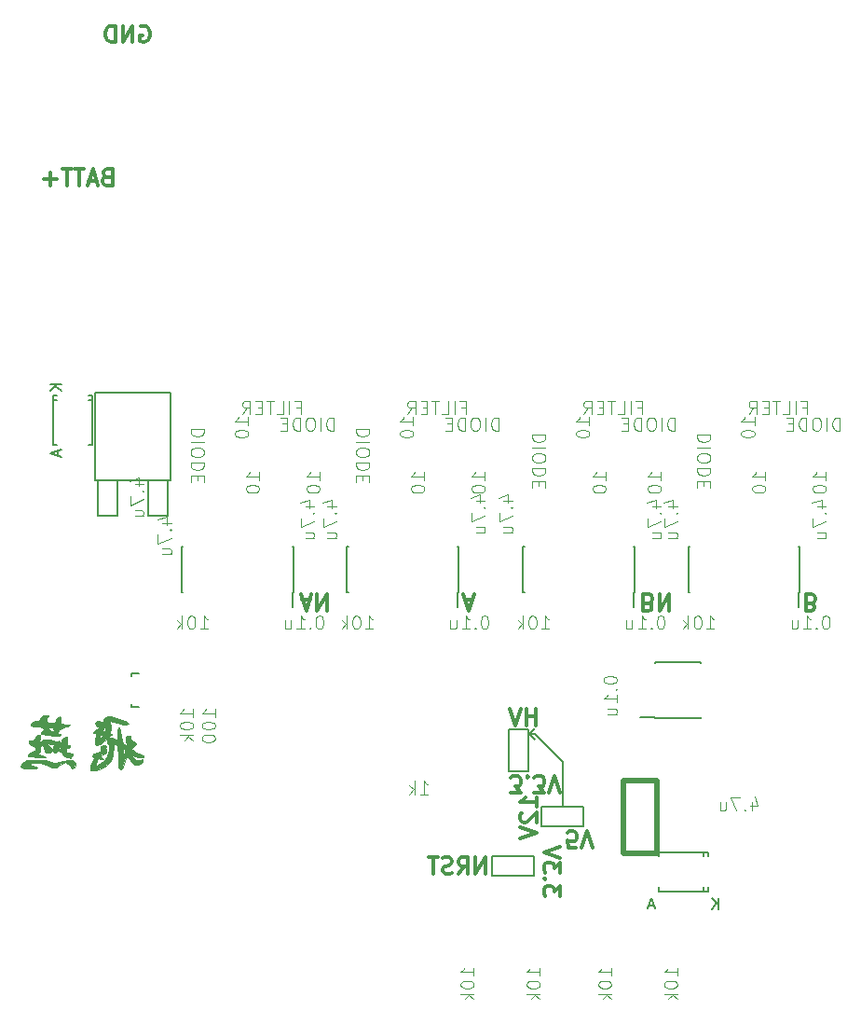
<source format=gbr>
G04 #@! TF.FileFunction,Legend,Bot*
%FSLAX46Y46*%
G04 Gerber Fmt 4.6, Leading zero omitted, Abs format (unit mm)*
G04 Created by KiCad (PCBNEW 4.0.4-stable) date 10/09/16 00:30:52*
%MOMM*%
%LPD*%
G01*
G04 APERTURE LIST*
%ADD10C,0.100000*%
%ADD11C,0.200000*%
%ADD12C,0.300000*%
%ADD13C,0.150000*%
%ADD14C,0.500000*%
%ADD15C,0.010000*%
%ADD16C,0.101600*%
G04 APERTURE END LIST*
D10*
D11*
X51500000Y-71000000D02*
X52000000Y-71500000D01*
X51500000Y-71000000D02*
X52000000Y-70500000D01*
X54500000Y-73500000D02*
X54500000Y-77500000D01*
X52000000Y-71000000D02*
X54500000Y-73500000D01*
X51500000Y-71000000D02*
X52000000Y-71000000D01*
D12*
X47464285Y-83678571D02*
X47464285Y-82178571D01*
X46607142Y-83678571D01*
X46607142Y-82178571D01*
X45035713Y-83678571D02*
X45535713Y-82964286D01*
X45892856Y-83678571D02*
X45892856Y-82178571D01*
X45321428Y-82178571D01*
X45178570Y-82250000D01*
X45107142Y-82321429D01*
X45035713Y-82464286D01*
X45035713Y-82678571D01*
X45107142Y-82821429D01*
X45178570Y-82892857D01*
X45321428Y-82964286D01*
X45892856Y-82964286D01*
X44464285Y-83607143D02*
X44249999Y-83678571D01*
X43892856Y-83678571D01*
X43749999Y-83607143D01*
X43678570Y-83535714D01*
X43607142Y-83392857D01*
X43607142Y-83250000D01*
X43678570Y-83107143D01*
X43749999Y-83035714D01*
X43892856Y-82964286D01*
X44178570Y-82892857D01*
X44321428Y-82821429D01*
X44392856Y-82750000D01*
X44464285Y-82607143D01*
X44464285Y-82464286D01*
X44392856Y-82321429D01*
X44321428Y-82250000D01*
X44178570Y-82178571D01*
X43821428Y-82178571D01*
X43607142Y-82250000D01*
X43178571Y-82178571D02*
X42321428Y-82178571D01*
X42749999Y-83678571D02*
X42749999Y-82178571D01*
X54321429Y-85714285D02*
X54321429Y-84785714D01*
X53750000Y-85285714D01*
X53750000Y-85071428D01*
X53678571Y-84928571D01*
X53607143Y-84857142D01*
X53464286Y-84785714D01*
X53107143Y-84785714D01*
X52964286Y-84857142D01*
X52892857Y-84928571D01*
X52821429Y-85071428D01*
X52821429Y-85500000D01*
X52892857Y-85642857D01*
X52964286Y-85714285D01*
X52964286Y-84142857D02*
X52892857Y-84071429D01*
X52821429Y-84142857D01*
X52892857Y-84214286D01*
X52964286Y-84142857D01*
X52821429Y-84142857D01*
X54321429Y-83571428D02*
X54321429Y-82642857D01*
X53750000Y-83142857D01*
X53750000Y-82928571D01*
X53678571Y-82785714D01*
X53607143Y-82714285D01*
X53464286Y-82642857D01*
X53107143Y-82642857D01*
X52964286Y-82714285D01*
X52892857Y-82785714D01*
X52821429Y-82928571D01*
X52821429Y-83357143D01*
X52892857Y-83500000D01*
X52964286Y-83571428D01*
X54321429Y-82214286D02*
X52821429Y-81714286D01*
X54321429Y-81214286D01*
X16142857Y-6750000D02*
X16285714Y-6678571D01*
X16500000Y-6678571D01*
X16714285Y-6750000D01*
X16857143Y-6892857D01*
X16928571Y-7035714D01*
X17000000Y-7321429D01*
X17000000Y-7535714D01*
X16928571Y-7821429D01*
X16857143Y-7964286D01*
X16714285Y-8107143D01*
X16500000Y-8178571D01*
X16357143Y-8178571D01*
X16142857Y-8107143D01*
X16071428Y-8035714D01*
X16071428Y-7535714D01*
X16357143Y-7535714D01*
X15428571Y-8178571D02*
X15428571Y-6678571D01*
X14571428Y-8178571D01*
X14571428Y-6678571D01*
X13857142Y-8178571D02*
X13857142Y-6678571D01*
X13499999Y-6678571D01*
X13285714Y-6750000D01*
X13142856Y-6892857D01*
X13071428Y-7035714D01*
X12999999Y-7321429D01*
X12999999Y-7535714D01*
X13071428Y-7821429D01*
X13142856Y-7964286D01*
X13285714Y-8107143D01*
X13499999Y-8178571D01*
X13857142Y-8178571D01*
X13107142Y-20392857D02*
X12892856Y-20464286D01*
X12821428Y-20535714D01*
X12749999Y-20678571D01*
X12749999Y-20892857D01*
X12821428Y-21035714D01*
X12892856Y-21107143D01*
X13035714Y-21178571D01*
X13607142Y-21178571D01*
X13607142Y-19678571D01*
X13107142Y-19678571D01*
X12964285Y-19750000D01*
X12892856Y-19821429D01*
X12821428Y-19964286D01*
X12821428Y-20107143D01*
X12892856Y-20250000D01*
X12964285Y-20321429D01*
X13107142Y-20392857D01*
X13607142Y-20392857D01*
X12178571Y-20750000D02*
X11464285Y-20750000D01*
X12321428Y-21178571D02*
X11821428Y-19678571D01*
X11321428Y-21178571D01*
X11035714Y-19678571D02*
X10178571Y-19678571D01*
X10607142Y-21178571D02*
X10607142Y-19678571D01*
X9892857Y-19678571D02*
X9035714Y-19678571D01*
X9464285Y-21178571D02*
X9464285Y-19678571D01*
X8535714Y-20607143D02*
X7392857Y-20607143D01*
X7964286Y-21178571D02*
X7964286Y-20035714D01*
X77107143Y-59107143D02*
X77321429Y-59035714D01*
X77392857Y-58964286D01*
X77464286Y-58821429D01*
X77464286Y-58607143D01*
X77392857Y-58464286D01*
X77321429Y-58392857D01*
X77178571Y-58321429D01*
X76607143Y-58321429D01*
X76607143Y-59821429D01*
X77107143Y-59821429D01*
X77250000Y-59750000D01*
X77321429Y-59678571D01*
X77392857Y-59535714D01*
X77392857Y-59392857D01*
X77321429Y-59250000D01*
X77250000Y-59178571D01*
X77107143Y-59107143D01*
X76607143Y-59107143D01*
X62321429Y-59107143D02*
X62535715Y-59035714D01*
X62607143Y-58964286D01*
X62678572Y-58821429D01*
X62678572Y-58607143D01*
X62607143Y-58464286D01*
X62535715Y-58392857D01*
X62392857Y-58321429D01*
X61821429Y-58321429D01*
X61821429Y-59821429D01*
X62321429Y-59821429D01*
X62464286Y-59750000D01*
X62535715Y-59678571D01*
X62607143Y-59535714D01*
X62607143Y-59392857D01*
X62535715Y-59250000D01*
X62464286Y-59178571D01*
X62321429Y-59107143D01*
X61821429Y-59107143D01*
X63321429Y-58321429D02*
X63321429Y-59821429D01*
X64178572Y-58321429D01*
X64178572Y-59821429D01*
X45642857Y-58750000D02*
X46357143Y-58750000D01*
X45500000Y-58321429D02*
X46000000Y-59821429D01*
X46500000Y-58321429D01*
X30857143Y-58750000D02*
X31571429Y-58750000D01*
X30714286Y-58321429D02*
X31214286Y-59821429D01*
X31714286Y-58321429D01*
X32214286Y-58321429D02*
X32214286Y-59821429D01*
X33071429Y-58321429D01*
X33071429Y-59821429D01*
X49785715Y-76321429D02*
X50714286Y-76321429D01*
X50214286Y-75750000D01*
X50428572Y-75750000D01*
X50571429Y-75678571D01*
X50642858Y-75607143D01*
X50714286Y-75464286D01*
X50714286Y-75107143D01*
X50642858Y-74964286D01*
X50571429Y-74892857D01*
X50428572Y-74821429D01*
X50000000Y-74821429D01*
X49857143Y-74892857D01*
X49785715Y-74964286D01*
X51357143Y-74964286D02*
X51428571Y-74892857D01*
X51357143Y-74821429D01*
X51285714Y-74892857D01*
X51357143Y-74964286D01*
X51357143Y-74821429D01*
X51928572Y-76321429D02*
X52857143Y-76321429D01*
X52357143Y-75750000D01*
X52571429Y-75750000D01*
X52714286Y-75678571D01*
X52785715Y-75607143D01*
X52857143Y-75464286D01*
X52857143Y-75107143D01*
X52785715Y-74964286D01*
X52714286Y-74892857D01*
X52571429Y-74821429D01*
X52142857Y-74821429D01*
X52000000Y-74892857D01*
X51928572Y-74964286D01*
X53285714Y-76321429D02*
X53785714Y-74821429D01*
X54285714Y-76321429D01*
X52071428Y-70178571D02*
X52071428Y-68678571D01*
X52071428Y-69392857D02*
X51214285Y-69392857D01*
X51214285Y-70178571D02*
X51214285Y-68678571D01*
X50714285Y-68678571D02*
X50214285Y-70178571D01*
X49714285Y-68678571D01*
X55714287Y-81321429D02*
X55000001Y-81321429D01*
X54928572Y-80607143D01*
X55000001Y-80678571D01*
X55142858Y-80750000D01*
X55500001Y-80750000D01*
X55642858Y-80678571D01*
X55714287Y-80607143D01*
X55785715Y-80464286D01*
X55785715Y-80107143D01*
X55714287Y-79964286D01*
X55642858Y-79892857D01*
X55500001Y-79821429D01*
X55142858Y-79821429D01*
X55000001Y-79892857D01*
X54928572Y-79964286D01*
X56214286Y-81321429D02*
X56714286Y-79821429D01*
X57214286Y-81321429D01*
X52178571Y-77571429D02*
X52178571Y-76714286D01*
X52178571Y-77142858D02*
X50678571Y-77142858D01*
X50892857Y-77000001D01*
X51035714Y-76857143D01*
X51107143Y-76714286D01*
X50821429Y-78142857D02*
X50750000Y-78214286D01*
X50678571Y-78357143D01*
X50678571Y-78714286D01*
X50750000Y-78857143D01*
X50821429Y-78928572D01*
X50964286Y-79000000D01*
X51107143Y-79000000D01*
X51321429Y-78928572D01*
X52178571Y-78071429D01*
X52178571Y-79000000D01*
X50678571Y-79428571D02*
X52178571Y-79928571D01*
X50678571Y-80428571D01*
D13*
X14103000Y-47976000D02*
X14103000Y-51151000D01*
X14103000Y-51151000D02*
X12325000Y-51151000D01*
X12325000Y-51151000D02*
X12325000Y-47976000D01*
X18675000Y-47976000D02*
X18675000Y-51151000D01*
X18675000Y-51151000D02*
X16897000Y-51151000D01*
X16897000Y-51151000D02*
X16897000Y-47976000D01*
X12071000Y-41880000D02*
X12071000Y-47976000D01*
X12071000Y-47976000D02*
X18929000Y-47976000D01*
X18929000Y-47976000D02*
X18929000Y-40102000D01*
X18929000Y-39975000D02*
X12071000Y-39975000D01*
X12071000Y-40102000D02*
X12071000Y-41880000D01*
X45075000Y-58075000D02*
X44970000Y-58075000D01*
X45075000Y-53925000D02*
X44970000Y-53925000D01*
X34925000Y-53925000D02*
X35030000Y-53925000D01*
X34925000Y-58075000D02*
X35030000Y-58075000D01*
X45075000Y-58075000D02*
X45075000Y-53925000D01*
X34925000Y-58075000D02*
X34925000Y-53925000D01*
X44970000Y-58075000D02*
X44970000Y-59450000D01*
X30075000Y-58075000D02*
X29970000Y-58075000D01*
X30075000Y-53925000D02*
X29970000Y-53925000D01*
X19925000Y-53925000D02*
X20030000Y-53925000D01*
X19925000Y-58075000D02*
X20030000Y-58075000D01*
X30075000Y-58075000D02*
X30075000Y-53925000D01*
X19925000Y-58075000D02*
X19925000Y-53925000D01*
X29970000Y-58075000D02*
X29970000Y-59450000D01*
X76075000Y-58075000D02*
X75970000Y-58075000D01*
X76075000Y-53925000D02*
X75970000Y-53925000D01*
X65925000Y-53925000D02*
X66030000Y-53925000D01*
X65925000Y-58075000D02*
X66030000Y-58075000D01*
X76075000Y-58075000D02*
X76075000Y-53925000D01*
X65925000Y-58075000D02*
X65925000Y-53925000D01*
X75970000Y-58075000D02*
X75970000Y-59450000D01*
X61075000Y-58075000D02*
X60970000Y-58075000D01*
X61075000Y-53925000D02*
X60970000Y-53925000D01*
X50925000Y-53925000D02*
X51030000Y-53925000D01*
X50925000Y-58075000D02*
X51030000Y-58075000D01*
X61075000Y-58075000D02*
X61075000Y-53925000D01*
X50925000Y-58075000D02*
X50925000Y-53925000D01*
X60970000Y-58075000D02*
X60970000Y-59450000D01*
X62925000Y-69575000D02*
X62925000Y-69430000D01*
X67075000Y-69575000D02*
X67075000Y-69430000D01*
X67075000Y-64425000D02*
X67075000Y-64570000D01*
X62925000Y-64425000D02*
X62925000Y-64570000D01*
X62925000Y-69575000D02*
X67075000Y-69575000D01*
X62925000Y-64425000D02*
X67075000Y-64425000D01*
X62925000Y-69430000D02*
X61525000Y-69430000D01*
X67299140Y-85250060D02*
X67299140Y-84899540D01*
X67299140Y-81749940D02*
X67299140Y-82100460D01*
X63249560Y-85250060D02*
X63249560Y-84899540D01*
X67750440Y-85250060D02*
X67750440Y-84899540D01*
X67750440Y-81749940D02*
X67750440Y-82100460D01*
X63249560Y-81749940D02*
X63249560Y-82100460D01*
X67750440Y-85250060D02*
X63249560Y-85250060D01*
X67750440Y-81749940D02*
X63249560Y-81749940D01*
X16050800Y-65500180D02*
X15349760Y-65500180D01*
X15349760Y-65500180D02*
X15349760Y-65749100D01*
X15349760Y-68299160D02*
X15349760Y-68499820D01*
X15349760Y-68499820D02*
X16050800Y-68499820D01*
X48095000Y-82111000D02*
X51905000Y-82111000D01*
X51905000Y-82111000D02*
X51905000Y-83889000D01*
X51905000Y-83889000D02*
X48095000Y-83889000D01*
X48095000Y-82111000D02*
X48095000Y-83889000D01*
X11750060Y-40700860D02*
X11399540Y-40700860D01*
X8249940Y-40700860D02*
X8600460Y-40700860D01*
X11750060Y-44750440D02*
X11399540Y-44750440D01*
X11750060Y-40249560D02*
X11399540Y-40249560D01*
X8249940Y-40249560D02*
X8600460Y-40249560D01*
X8249940Y-44750440D02*
X8600460Y-44750440D01*
X11750060Y-40249560D02*
X11750060Y-44750440D01*
X8249940Y-40249560D02*
X8249940Y-44750440D01*
D14*
X60000000Y-81800000D02*
X63100000Y-81800000D01*
X60000000Y-75200000D02*
X63100000Y-75200000D01*
X63100000Y-75200000D02*
X63100000Y-81800000D01*
X60000000Y-75200000D02*
X60000000Y-81800000D01*
D13*
X49611000Y-74405000D02*
X49611000Y-70595000D01*
X49611000Y-70595000D02*
X51389000Y-70595000D01*
X51389000Y-70595000D02*
X51389000Y-74405000D01*
X49611000Y-74405000D02*
X51389000Y-74405000D01*
X56405000Y-79389000D02*
X52595000Y-79389000D01*
X52595000Y-79389000D02*
X52595000Y-77611000D01*
X52595000Y-77611000D02*
X56405000Y-77611000D01*
X56405000Y-79389000D02*
X56405000Y-77611000D01*
D15*
G36*
X14172466Y-70380916D02*
X14137289Y-70409191D01*
X14106163Y-70490193D01*
X14080068Y-70656639D01*
X14061206Y-70892414D01*
X14056174Y-71002705D01*
X14046155Y-71221351D01*
X14034470Y-71396426D01*
X14022751Y-71506927D01*
X14014815Y-71534800D01*
X13960096Y-71514148D01*
X13849341Y-71462475D01*
X13804677Y-71440408D01*
X13568780Y-71338910D01*
X13389468Y-71303437D01*
X13248390Y-71331405D01*
X13204421Y-71355853D01*
X13103860Y-71472657D01*
X13093351Y-71622118D01*
X13173599Y-71788527D01*
X13184400Y-71802661D01*
X13262006Y-71973360D01*
X13290348Y-72205973D01*
X13272840Y-72475539D01*
X13212898Y-72757096D01*
X13113935Y-73025681D01*
X12986982Y-73245957D01*
X12885961Y-73359639D01*
X12743358Y-73488536D01*
X12580568Y-73617144D01*
X12418990Y-73729962D01*
X12280018Y-73811488D01*
X12185050Y-73846219D01*
X12163062Y-73842900D01*
X12122979Y-73762965D01*
X12127322Y-73617607D01*
X12174259Y-73431861D01*
X12197856Y-73368278D01*
X12278111Y-73167700D01*
X12515356Y-73239700D01*
X12667171Y-73285630D01*
X12745513Y-73305767D01*
X12774490Y-73302617D01*
X12778208Y-73278684D01*
X12778000Y-73266988D01*
X12739062Y-73212217D01*
X12643153Y-73136255D01*
X12621004Y-73121774D01*
X12464008Y-73022371D01*
X12735304Y-72856128D01*
X12909615Y-72745002D01*
X13009424Y-72663202D01*
X13048917Y-72590487D01*
X13042280Y-72506616D01*
X13023098Y-72445497D01*
X13003137Y-72279621D01*
X13033531Y-72192340D01*
X13058779Y-72082784D01*
X12996610Y-72019642D01*
X12851575Y-72006151D01*
X12782385Y-72013713D01*
X12629104Y-72050415D01*
X12547216Y-72120350D01*
X12517034Y-72249176D01*
X12515475Y-72361585D01*
X12519980Y-72586060D01*
X12205534Y-72673484D01*
X12031111Y-72727297D01*
X11892186Y-72779763D01*
X11826544Y-72814474D01*
X11766149Y-72918999D01*
X11791655Y-73036699D01*
X11872348Y-73119675D01*
X11982695Y-73192943D01*
X11786382Y-73510995D01*
X11670052Y-73718671D01*
X11608089Y-73886865D01*
X11587399Y-74052064D01*
X11587134Y-74066224D01*
X11584200Y-74303400D01*
X11838200Y-74316084D01*
X12139134Y-74288566D01*
X12372828Y-74212118D01*
X12767073Y-74010394D01*
X13103230Y-73761659D01*
X13367704Y-73478366D01*
X13546901Y-73172968D01*
X13569135Y-73116377D01*
X13609469Y-72960423D01*
X13646630Y-72736813D01*
X13675541Y-72479474D01*
X13686192Y-72334024D01*
X13717800Y-71787049D01*
X13905280Y-71914703D01*
X14092759Y-72042357D01*
X14108480Y-73031886D01*
X14114586Y-73374619D01*
X14121565Y-73630507D01*
X14131042Y-73814300D01*
X14144645Y-73940750D01*
X14164001Y-74024610D01*
X14190737Y-74080629D01*
X14226480Y-74123561D01*
X14229190Y-74126286D01*
X14335634Y-74201894D01*
X14431675Y-74199743D01*
X14521194Y-74114804D01*
X14608073Y-73942047D01*
X14696191Y-73676442D01*
X14758907Y-73439800D01*
X14829848Y-73168510D01*
X14887189Y-72981228D01*
X14929263Y-72882140D01*
X14954402Y-72875435D01*
X14961112Y-72931800D01*
X14996990Y-73040973D01*
X15088555Y-73192317D01*
X15215932Y-73360086D01*
X15359243Y-73518533D01*
X15498611Y-73641914D01*
X15522428Y-73658875D01*
X15685432Y-73742926D01*
X15849380Y-73758009D01*
X15891436Y-73753546D01*
X16119010Y-73691457D01*
X16283264Y-73579450D01*
X16364695Y-73436791D01*
X16382004Y-73326312D01*
X16349794Y-73284381D01*
X16252735Y-73303497D01*
X16163573Y-73338393D01*
X15951167Y-73389672D01*
X15768694Y-73346832D01*
X15612220Y-73219790D01*
X15517634Y-73106158D01*
X15430694Y-72986223D01*
X15366157Y-72883035D01*
X15338782Y-72819643D01*
X15351053Y-72811875D01*
X15416378Y-72844194D01*
X15541543Y-72908618D01*
X15664833Y-72973039D01*
X15903095Y-73072609D01*
X16125503Y-73118893D01*
X16308319Y-73109000D01*
X16404941Y-73063164D01*
X16471931Y-72993642D01*
X16464374Y-72943664D01*
X16372520Y-72899617D01*
X16265378Y-72868357D01*
X16140391Y-72820404D01*
X15977005Y-72738093D01*
X15795412Y-72634271D01*
X15710963Y-72581380D01*
X14770656Y-72581380D01*
X14724462Y-72703200D01*
X14672284Y-72812267D01*
X14639354Y-72837087D01*
X14608852Y-72788395D01*
X14605082Y-72779400D01*
X14573744Y-72655185D01*
X14559571Y-72512700D01*
X14571840Y-72385911D01*
X14618498Y-72354281D01*
X14702977Y-72416197D01*
X14721877Y-72436500D01*
X14770215Y-72505908D01*
X14770656Y-72581380D01*
X15710963Y-72581380D01*
X15615803Y-72521781D01*
X15458371Y-72413468D01*
X15343306Y-72322177D01*
X15290801Y-72260753D01*
X15291029Y-72248542D01*
X15353964Y-72211034D01*
X15469905Y-72177519D01*
X15621429Y-72102073D01*
X15684114Y-72014612D01*
X15715297Y-71881795D01*
X15667111Y-71770142D01*
X15530467Y-71663187D01*
X15471873Y-71630094D01*
X15320038Y-71533235D01*
X15253120Y-71441585D01*
X15257947Y-71333870D01*
X15268774Y-71302062D01*
X15284482Y-71203756D01*
X15234745Y-71158121D01*
X15066228Y-71133224D01*
X14934851Y-71189431D01*
X14848216Y-71310635D01*
X14813927Y-71480728D01*
X14839590Y-71683603D01*
X14906124Y-71854258D01*
X14958729Y-71982270D01*
X14946466Y-72036744D01*
X14866710Y-72018582D01*
X14716832Y-71928685D01*
X14707493Y-71922352D01*
X14636823Y-71870763D01*
X14583776Y-71815368D01*
X14541356Y-71738103D01*
X14502567Y-71620903D01*
X14460412Y-71445701D01*
X14407896Y-71194435D01*
X14388502Y-71098686D01*
X14335829Y-70844346D01*
X14288502Y-70627505D01*
X14250761Y-70466746D01*
X14226849Y-70380652D01*
X14222555Y-70371621D01*
X14172466Y-70380916D01*
X14172466Y-70380916D01*
G37*
X14172466Y-70380916D02*
X14137289Y-70409191D01*
X14106163Y-70490193D01*
X14080068Y-70656639D01*
X14061206Y-70892414D01*
X14056174Y-71002705D01*
X14046155Y-71221351D01*
X14034470Y-71396426D01*
X14022751Y-71506927D01*
X14014815Y-71534800D01*
X13960096Y-71514148D01*
X13849341Y-71462475D01*
X13804677Y-71440408D01*
X13568780Y-71338910D01*
X13389468Y-71303437D01*
X13248390Y-71331405D01*
X13204421Y-71355853D01*
X13103860Y-71472657D01*
X13093351Y-71622118D01*
X13173599Y-71788527D01*
X13184400Y-71802661D01*
X13262006Y-71973360D01*
X13290348Y-72205973D01*
X13272840Y-72475539D01*
X13212898Y-72757096D01*
X13113935Y-73025681D01*
X12986982Y-73245957D01*
X12885961Y-73359639D01*
X12743358Y-73488536D01*
X12580568Y-73617144D01*
X12418990Y-73729962D01*
X12280018Y-73811488D01*
X12185050Y-73846219D01*
X12163062Y-73842900D01*
X12122979Y-73762965D01*
X12127322Y-73617607D01*
X12174259Y-73431861D01*
X12197856Y-73368278D01*
X12278111Y-73167700D01*
X12515356Y-73239700D01*
X12667171Y-73285630D01*
X12745513Y-73305767D01*
X12774490Y-73302617D01*
X12778208Y-73278684D01*
X12778000Y-73266988D01*
X12739062Y-73212217D01*
X12643153Y-73136255D01*
X12621004Y-73121774D01*
X12464008Y-73022371D01*
X12735304Y-72856128D01*
X12909615Y-72745002D01*
X13009424Y-72663202D01*
X13048917Y-72590487D01*
X13042280Y-72506616D01*
X13023098Y-72445497D01*
X13003137Y-72279621D01*
X13033531Y-72192340D01*
X13058779Y-72082784D01*
X12996610Y-72019642D01*
X12851575Y-72006151D01*
X12782385Y-72013713D01*
X12629104Y-72050415D01*
X12547216Y-72120350D01*
X12517034Y-72249176D01*
X12515475Y-72361585D01*
X12519980Y-72586060D01*
X12205534Y-72673484D01*
X12031111Y-72727297D01*
X11892186Y-72779763D01*
X11826544Y-72814474D01*
X11766149Y-72918999D01*
X11791655Y-73036699D01*
X11872348Y-73119675D01*
X11982695Y-73192943D01*
X11786382Y-73510995D01*
X11670052Y-73718671D01*
X11608089Y-73886865D01*
X11587399Y-74052064D01*
X11587134Y-74066224D01*
X11584200Y-74303400D01*
X11838200Y-74316084D01*
X12139134Y-74288566D01*
X12372828Y-74212118D01*
X12767073Y-74010394D01*
X13103230Y-73761659D01*
X13367704Y-73478366D01*
X13546901Y-73172968D01*
X13569135Y-73116377D01*
X13609469Y-72960423D01*
X13646630Y-72736813D01*
X13675541Y-72479474D01*
X13686192Y-72334024D01*
X13717800Y-71787049D01*
X13905280Y-71914703D01*
X14092759Y-72042357D01*
X14108480Y-73031886D01*
X14114586Y-73374619D01*
X14121565Y-73630507D01*
X14131042Y-73814300D01*
X14144645Y-73940750D01*
X14164001Y-74024610D01*
X14190737Y-74080629D01*
X14226480Y-74123561D01*
X14229190Y-74126286D01*
X14335634Y-74201894D01*
X14431675Y-74199743D01*
X14521194Y-74114804D01*
X14608073Y-73942047D01*
X14696191Y-73676442D01*
X14758907Y-73439800D01*
X14829848Y-73168510D01*
X14887189Y-72981228D01*
X14929263Y-72882140D01*
X14954402Y-72875435D01*
X14961112Y-72931800D01*
X14996990Y-73040973D01*
X15088555Y-73192317D01*
X15215932Y-73360086D01*
X15359243Y-73518533D01*
X15498611Y-73641914D01*
X15522428Y-73658875D01*
X15685432Y-73742926D01*
X15849380Y-73758009D01*
X15891436Y-73753546D01*
X16119010Y-73691457D01*
X16283264Y-73579450D01*
X16364695Y-73436791D01*
X16382004Y-73326312D01*
X16349794Y-73284381D01*
X16252735Y-73303497D01*
X16163573Y-73338393D01*
X15951167Y-73389672D01*
X15768694Y-73346832D01*
X15612220Y-73219790D01*
X15517634Y-73106158D01*
X15430694Y-72986223D01*
X15366157Y-72883035D01*
X15338782Y-72819643D01*
X15351053Y-72811875D01*
X15416378Y-72844194D01*
X15541543Y-72908618D01*
X15664833Y-72973039D01*
X15903095Y-73072609D01*
X16125503Y-73118893D01*
X16308319Y-73109000D01*
X16404941Y-73063164D01*
X16471931Y-72993642D01*
X16464374Y-72943664D01*
X16372520Y-72899617D01*
X16265378Y-72868357D01*
X16140391Y-72820404D01*
X15977005Y-72738093D01*
X15795412Y-72634271D01*
X15710963Y-72581380D01*
X14770656Y-72581380D01*
X14724462Y-72703200D01*
X14672284Y-72812267D01*
X14639354Y-72837087D01*
X14608852Y-72788395D01*
X14605082Y-72779400D01*
X14573744Y-72655185D01*
X14559571Y-72512700D01*
X14571840Y-72385911D01*
X14618498Y-72354281D01*
X14702977Y-72416197D01*
X14721877Y-72436500D01*
X14770215Y-72505908D01*
X14770656Y-72581380D01*
X15710963Y-72581380D01*
X15615803Y-72521781D01*
X15458371Y-72413468D01*
X15343306Y-72322177D01*
X15290801Y-72260753D01*
X15291029Y-72248542D01*
X15353964Y-72211034D01*
X15469905Y-72177519D01*
X15621429Y-72102073D01*
X15684114Y-72014612D01*
X15715297Y-71881795D01*
X15667111Y-71770142D01*
X15530467Y-71663187D01*
X15471873Y-71630094D01*
X15320038Y-71533235D01*
X15253120Y-71441585D01*
X15257947Y-71333870D01*
X15268774Y-71302062D01*
X15284482Y-71203756D01*
X15234745Y-71158121D01*
X15066228Y-71133224D01*
X14934851Y-71189431D01*
X14848216Y-71310635D01*
X14813927Y-71480728D01*
X14839590Y-71683603D01*
X14906124Y-71854258D01*
X14958729Y-71982270D01*
X14946466Y-72036744D01*
X14866710Y-72018582D01*
X14716832Y-71928685D01*
X14707493Y-71922352D01*
X14636823Y-71870763D01*
X14583776Y-71815368D01*
X14541356Y-71738103D01*
X14502567Y-71620903D01*
X14460412Y-71445701D01*
X14407896Y-71194435D01*
X14388502Y-71098686D01*
X14335829Y-70844346D01*
X14288502Y-70627505D01*
X14250761Y-70466746D01*
X14226849Y-70380652D01*
X14222555Y-70371621D01*
X14172466Y-70380916D01*
G36*
X6252616Y-73316109D02*
X6014693Y-73330837D01*
X5836247Y-73361868D01*
X5696288Y-73414696D01*
X5573822Y-73494813D01*
X5450100Y-73605534D01*
X5311018Y-73766954D01*
X5263415Y-73895153D01*
X5305287Y-73996699D01*
X5325034Y-74015064D01*
X5412945Y-74047279D01*
X5576473Y-74074333D01*
X5789714Y-74095090D01*
X6026764Y-74108414D01*
X6261719Y-74113168D01*
X6468676Y-74108214D01*
X6621731Y-74092418D01*
X6682338Y-74074619D01*
X6739479Y-74039175D01*
X6746041Y-74008879D01*
X6689002Y-73972412D01*
X6555340Y-73918451D01*
X6463264Y-73884166D01*
X6296469Y-73817483D01*
X6175191Y-73759405D01*
X6123600Y-73721632D01*
X6123200Y-73719596D01*
X6170261Y-73658849D01*
X6297215Y-73611225D01*
X6482724Y-73581230D01*
X6705447Y-73573369D01*
X6797382Y-73577249D01*
X7032784Y-73604754D01*
X7265902Y-73661880D01*
X7534299Y-73758712D01*
X7647200Y-73805408D01*
X7922180Y-73920957D01*
X8124263Y-73998369D01*
X8274365Y-74038520D01*
X8393398Y-74042289D01*
X8502278Y-74010554D01*
X8621919Y-73944193D01*
X8761174Y-73852170D01*
X8993572Y-73698324D01*
X9160396Y-73598001D01*
X9279755Y-73547111D01*
X9369761Y-73541565D01*
X9448525Y-73577273D01*
X9534156Y-73650144D01*
X9557387Y-73672366D01*
X9685119Y-73807905D01*
X9792860Y-73943098D01*
X9821069Y-73985900D01*
X9910415Y-74097466D01*
X9998201Y-74112518D01*
X10099900Y-74031346D01*
X10132713Y-73991749D01*
X10230806Y-73806292D01*
X10238512Y-73633997D01*
X10167018Y-73490280D01*
X10027511Y-73390552D01*
X9831180Y-73350230D01*
X9676718Y-73363492D01*
X9532039Y-73389213D01*
X9318950Y-73425102D01*
X9069455Y-73465838D01*
X8880674Y-73495898D01*
X8310748Y-73585570D01*
X7763074Y-73448575D01*
X7484882Y-73384315D01*
X7242493Y-73343335D01*
X6995356Y-73320994D01*
X6702917Y-73312653D01*
X6571008Y-73312190D01*
X6252616Y-73316109D01*
X6252616Y-73316109D01*
G37*
X6252616Y-73316109D02*
X6014693Y-73330837D01*
X5836247Y-73361868D01*
X5696288Y-73414696D01*
X5573822Y-73494813D01*
X5450100Y-73605534D01*
X5311018Y-73766954D01*
X5263415Y-73895153D01*
X5305287Y-73996699D01*
X5325034Y-74015064D01*
X5412945Y-74047279D01*
X5576473Y-74074333D01*
X5789714Y-74095090D01*
X6026764Y-74108414D01*
X6261719Y-74113168D01*
X6468676Y-74108214D01*
X6621731Y-74092418D01*
X6682338Y-74074619D01*
X6739479Y-74039175D01*
X6746041Y-74008879D01*
X6689002Y-73972412D01*
X6555340Y-73918451D01*
X6463264Y-73884166D01*
X6296469Y-73817483D01*
X6175191Y-73759405D01*
X6123600Y-73721632D01*
X6123200Y-73719596D01*
X6170261Y-73658849D01*
X6297215Y-73611225D01*
X6482724Y-73581230D01*
X6705447Y-73573369D01*
X6797382Y-73577249D01*
X7032784Y-73604754D01*
X7265902Y-73661880D01*
X7534299Y-73758712D01*
X7647200Y-73805408D01*
X7922180Y-73920957D01*
X8124263Y-73998369D01*
X8274365Y-74038520D01*
X8393398Y-74042289D01*
X8502278Y-74010554D01*
X8621919Y-73944193D01*
X8761174Y-73852170D01*
X8993572Y-73698324D01*
X9160396Y-73598001D01*
X9279755Y-73547111D01*
X9369761Y-73541565D01*
X9448525Y-73577273D01*
X9534156Y-73650144D01*
X9557387Y-73672366D01*
X9685119Y-73807905D01*
X9792860Y-73943098D01*
X9821069Y-73985900D01*
X9910415Y-74097466D01*
X9998201Y-74112518D01*
X10099900Y-74031346D01*
X10132713Y-73991749D01*
X10230806Y-73806292D01*
X10238512Y-73633997D01*
X10167018Y-73490280D01*
X10027511Y-73390552D01*
X9831180Y-73350230D01*
X9676718Y-73363492D01*
X9532039Y-73389213D01*
X9318950Y-73425102D01*
X9069455Y-73465838D01*
X8880674Y-73495898D01*
X8310748Y-73585570D01*
X7763074Y-73448575D01*
X7484882Y-73384315D01*
X7242493Y-73343335D01*
X6995356Y-73320994D01*
X6702917Y-73312653D01*
X6571008Y-73312190D01*
X6252616Y-73316109D01*
G36*
X6885000Y-71057266D02*
X6843652Y-71068826D01*
X6682594Y-71146597D01*
X6574743Y-71279494D01*
X6507873Y-71459004D01*
X6474161Y-71522402D01*
X6400540Y-71547180D01*
X6257145Y-71543302D01*
X6255602Y-71543180D01*
X6111903Y-71538897D01*
X6036796Y-71563539D01*
X5998822Y-71628367D01*
X5996328Y-71635998D01*
X6005614Y-71763903D01*
X6102871Y-71894009D01*
X6275639Y-72013138D01*
X6410255Y-72073823D01*
X6549178Y-72136581D01*
X6614437Y-72201181D01*
X6631184Y-72293085D01*
X6631200Y-72297481D01*
X6605765Y-72430738D01*
X6517044Y-72516584D01*
X6346414Y-72572784D01*
X6341486Y-72573846D01*
X6173991Y-72632434D01*
X6038061Y-72720464D01*
X5949490Y-72820474D01*
X5924076Y-72915006D01*
X5971368Y-72982950D01*
X6047341Y-73003728D01*
X6200304Y-73027720D01*
X6407646Y-73052932D01*
X6646757Y-73077368D01*
X6895027Y-73099034D01*
X7129846Y-73115933D01*
X7328604Y-73126072D01*
X7468689Y-73127454D01*
X7525112Y-73120056D01*
X7518881Y-73084714D01*
X7418144Y-73027718D01*
X7227131Y-72951376D01*
X7194559Y-72939678D01*
X6795227Y-72797792D01*
X6916414Y-72676605D01*
X7004098Y-72551359D01*
X7036354Y-72387159D01*
X7037600Y-72332663D01*
X7047708Y-72183279D01*
X7087760Y-72100090D01*
X7155447Y-72056213D01*
X7231238Y-72032941D01*
X7291168Y-72058329D01*
X7360787Y-72149104D01*
X7404019Y-72218943D01*
X7484554Y-72381690D01*
X7498700Y-72488943D01*
X7492279Y-72504080D01*
X7475967Y-72595403D01*
X7538629Y-72661862D01*
X7659314Y-72696954D01*
X7817066Y-72694173D01*
X7974093Y-72653657D01*
X8084180Y-72571921D01*
X8105794Y-72448793D01*
X8039953Y-72290991D01*
X7891669Y-72109287D01*
X7782702Y-71991770D01*
X7714378Y-71905292D01*
X7701169Y-71872449D01*
X7759883Y-71867387D01*
X7881911Y-71875936D01*
X8030616Y-71893478D01*
X8169361Y-71915392D01*
X8261509Y-71937058D01*
X8277678Y-71945144D01*
X8279652Y-72003374D01*
X8257793Y-72122517D01*
X8245089Y-72173315D01*
X8216070Y-72373853D01*
X8236850Y-72535780D01*
X8296744Y-72645632D01*
X8385066Y-72689949D01*
X8491127Y-72655268D01*
X8567804Y-72579851D01*
X8671293Y-72448286D01*
X8959347Y-72706771D01*
X9172578Y-72888676D01*
X9344973Y-73009974D01*
X9502648Y-73086474D01*
X9661554Y-73131831D01*
X9787643Y-73142246D01*
X9870352Y-73092177D01*
X9902854Y-73050446D01*
X9978432Y-72896857D01*
X9962274Y-72786125D01*
X9855947Y-72720895D01*
X9697106Y-72703200D01*
X9512930Y-72670311D01*
X9403732Y-72574819D01*
X9374400Y-72450835D01*
X9400017Y-72328701D01*
X9438000Y-72303051D01*
X8945825Y-72303051D01*
X8915261Y-72360366D01*
X8834203Y-72356095D01*
X8810522Y-72344882D01*
X8730671Y-72246096D01*
X8714000Y-72131067D01*
X8714000Y-71968909D01*
X8843050Y-72097958D01*
X8922790Y-72207724D01*
X8945825Y-72303051D01*
X9438000Y-72303051D01*
X9488700Y-72268814D01*
X9610691Y-72211776D01*
X9718941Y-72130689D01*
X9777919Y-72053612D01*
X9780800Y-72038145D01*
X9736326Y-72006815D01*
X9628020Y-71983816D01*
X9615700Y-71982518D01*
X9514372Y-71966680D01*
X9467443Y-71925466D01*
X9455795Y-71829302D01*
X9457632Y-71738000D01*
X9470525Y-71561238D01*
X9493952Y-71403051D01*
X9501654Y-71369700D01*
X9518203Y-71273326D01*
X9479963Y-71235993D01*
X9378014Y-71230000D01*
X9197170Y-71276101D01*
X9054843Y-71397404D01*
X8976092Y-71568402D01*
X8968000Y-71647271D01*
X8935864Y-71803381D01*
X8859905Y-71882667D01*
X8790149Y-71920330D01*
X8767380Y-71899571D01*
X8779700Y-71801903D01*
X8786007Y-71767886D01*
X8793046Y-71632100D01*
X8749184Y-71583356D01*
X8657489Y-71623653D01*
X8616401Y-71657597D01*
X8562268Y-71691102D01*
X8487927Y-71695829D01*
X8368556Y-71668960D01*
X8180600Y-71608109D01*
X7862482Y-71519448D01*
X7592074Y-71483933D01*
X7378477Y-71499882D01*
X7230790Y-71565612D01*
X7158110Y-71679441D01*
X7158644Y-71797115D01*
X7164487Y-71907203D01*
X7118454Y-71941198D01*
X7117966Y-71941200D01*
X7041931Y-71895958D01*
X6997782Y-71773641D01*
X6987786Y-71594360D01*
X7014209Y-71378226D01*
X7041587Y-71263336D01*
X7069362Y-71133230D01*
X7071811Y-71049485D01*
X7067031Y-71039297D01*
X7004773Y-71034316D01*
X6885000Y-71057266D01*
X6885000Y-71057266D01*
G37*
X6885000Y-71057266D02*
X6843652Y-71068826D01*
X6682594Y-71146597D01*
X6574743Y-71279494D01*
X6507873Y-71459004D01*
X6474161Y-71522402D01*
X6400540Y-71547180D01*
X6257145Y-71543302D01*
X6255602Y-71543180D01*
X6111903Y-71538897D01*
X6036796Y-71563539D01*
X5998822Y-71628367D01*
X5996328Y-71635998D01*
X6005614Y-71763903D01*
X6102871Y-71894009D01*
X6275639Y-72013138D01*
X6410255Y-72073823D01*
X6549178Y-72136581D01*
X6614437Y-72201181D01*
X6631184Y-72293085D01*
X6631200Y-72297481D01*
X6605765Y-72430738D01*
X6517044Y-72516584D01*
X6346414Y-72572784D01*
X6341486Y-72573846D01*
X6173991Y-72632434D01*
X6038061Y-72720464D01*
X5949490Y-72820474D01*
X5924076Y-72915006D01*
X5971368Y-72982950D01*
X6047341Y-73003728D01*
X6200304Y-73027720D01*
X6407646Y-73052932D01*
X6646757Y-73077368D01*
X6895027Y-73099034D01*
X7129846Y-73115933D01*
X7328604Y-73126072D01*
X7468689Y-73127454D01*
X7525112Y-73120056D01*
X7518881Y-73084714D01*
X7418144Y-73027718D01*
X7227131Y-72951376D01*
X7194559Y-72939678D01*
X6795227Y-72797792D01*
X6916414Y-72676605D01*
X7004098Y-72551359D01*
X7036354Y-72387159D01*
X7037600Y-72332663D01*
X7047708Y-72183279D01*
X7087760Y-72100090D01*
X7155447Y-72056213D01*
X7231238Y-72032941D01*
X7291168Y-72058329D01*
X7360787Y-72149104D01*
X7404019Y-72218943D01*
X7484554Y-72381690D01*
X7498700Y-72488943D01*
X7492279Y-72504080D01*
X7475967Y-72595403D01*
X7538629Y-72661862D01*
X7659314Y-72696954D01*
X7817066Y-72694173D01*
X7974093Y-72653657D01*
X8084180Y-72571921D01*
X8105794Y-72448793D01*
X8039953Y-72290991D01*
X7891669Y-72109287D01*
X7782702Y-71991770D01*
X7714378Y-71905292D01*
X7701169Y-71872449D01*
X7759883Y-71867387D01*
X7881911Y-71875936D01*
X8030616Y-71893478D01*
X8169361Y-71915392D01*
X8261509Y-71937058D01*
X8277678Y-71945144D01*
X8279652Y-72003374D01*
X8257793Y-72122517D01*
X8245089Y-72173315D01*
X8216070Y-72373853D01*
X8236850Y-72535780D01*
X8296744Y-72645632D01*
X8385066Y-72689949D01*
X8491127Y-72655268D01*
X8567804Y-72579851D01*
X8671293Y-72448286D01*
X8959347Y-72706771D01*
X9172578Y-72888676D01*
X9344973Y-73009974D01*
X9502648Y-73086474D01*
X9661554Y-73131831D01*
X9787643Y-73142246D01*
X9870352Y-73092177D01*
X9902854Y-73050446D01*
X9978432Y-72896857D01*
X9962274Y-72786125D01*
X9855947Y-72720895D01*
X9697106Y-72703200D01*
X9512930Y-72670311D01*
X9403732Y-72574819D01*
X9374400Y-72450835D01*
X9400017Y-72328701D01*
X9438000Y-72303051D01*
X8945825Y-72303051D01*
X8915261Y-72360366D01*
X8834203Y-72356095D01*
X8810522Y-72344882D01*
X8730671Y-72246096D01*
X8714000Y-72131067D01*
X8714000Y-71968909D01*
X8843050Y-72097958D01*
X8922790Y-72207724D01*
X8945825Y-72303051D01*
X9438000Y-72303051D01*
X9488700Y-72268814D01*
X9610691Y-72211776D01*
X9718941Y-72130689D01*
X9777919Y-72053612D01*
X9780800Y-72038145D01*
X9736326Y-72006815D01*
X9628020Y-71983816D01*
X9615700Y-71982518D01*
X9514372Y-71966680D01*
X9467443Y-71925466D01*
X9455795Y-71829302D01*
X9457632Y-71738000D01*
X9470525Y-71561238D01*
X9493952Y-71403051D01*
X9501654Y-71369700D01*
X9518203Y-71273326D01*
X9479963Y-71235993D01*
X9378014Y-71230000D01*
X9197170Y-71276101D01*
X9054843Y-71397404D01*
X8976092Y-71568402D01*
X8968000Y-71647271D01*
X8935864Y-71803381D01*
X8859905Y-71882667D01*
X8790149Y-71920330D01*
X8767380Y-71899571D01*
X8779700Y-71801903D01*
X8786007Y-71767886D01*
X8793046Y-71632100D01*
X8749184Y-71583356D01*
X8657489Y-71623653D01*
X8616401Y-71657597D01*
X8562268Y-71691102D01*
X8487927Y-71695829D01*
X8368556Y-71668960D01*
X8180600Y-71608109D01*
X7862482Y-71519448D01*
X7592074Y-71483933D01*
X7378477Y-71499882D01*
X7230790Y-71565612D01*
X7158110Y-71679441D01*
X7158644Y-71797115D01*
X7164487Y-71907203D01*
X7118454Y-71941198D01*
X7117966Y-71941200D01*
X7041931Y-71895958D01*
X6997782Y-71773641D01*
X6987786Y-71594360D01*
X7014209Y-71378226D01*
X7041587Y-71263336D01*
X7069362Y-71133230D01*
X7071811Y-71049485D01*
X7067031Y-71039297D01*
X7004773Y-71034316D01*
X6885000Y-71057266D01*
G36*
X13102584Y-69379866D02*
X13007532Y-69449222D01*
X12912896Y-69543424D01*
X12801533Y-69667019D01*
X12754423Y-69750252D01*
X12759453Y-69819773D01*
X12773535Y-69850055D01*
X12829478Y-69954586D01*
X12604958Y-69855270D01*
X12385098Y-69792909D01*
X12209979Y-69818280D01*
X12083977Y-69930547D01*
X12067920Y-69957908D01*
X12041973Y-70046046D01*
X12083271Y-70129803D01*
X12130056Y-70180273D01*
X12246445Y-70285010D01*
X12347925Y-70360681D01*
X12405844Y-70416302D01*
X12397000Y-70447063D01*
X12154885Y-70567450D01*
X11995473Y-70663136D01*
X11905683Y-70743296D01*
X11872767Y-70814637D01*
X11885170Y-70904007D01*
X11948967Y-70925977D01*
X12050827Y-70936549D01*
X12109050Y-70977557D01*
X12127558Y-71066095D01*
X12110270Y-71219258D01*
X12065571Y-71434382D01*
X12020167Y-71643561D01*
X11998312Y-71776370D01*
X11999428Y-71855135D01*
X12022940Y-71902181D01*
X12052818Y-71928500D01*
X12107841Y-71968151D01*
X12156366Y-71982488D01*
X12228952Y-71969461D01*
X12356154Y-71927023D01*
X12422400Y-71903730D01*
X12596918Y-71815168D01*
X12800135Y-71658444D01*
X13018673Y-71450540D01*
X13196057Y-71280646D01*
X13347296Y-71154925D01*
X13451189Y-71089415D01*
X12743338Y-71089415D01*
X12695045Y-71179938D01*
X12642208Y-71239177D01*
X12526525Y-71347277D01*
X12458855Y-71371030D01*
X12428040Y-71308683D01*
X12422400Y-71204600D01*
X12431173Y-71084963D01*
X12474002Y-71035903D01*
X12566334Y-71026800D01*
X12701407Y-71041092D01*
X12743338Y-71089415D01*
X13451189Y-71089415D01*
X13456008Y-71086377D01*
X13488573Y-71077600D01*
X13561061Y-71055284D01*
X13596247Y-71010794D01*
X13573028Y-70977816D01*
X13552700Y-70975222D01*
X13458345Y-70947353D01*
X13417346Y-70859455D01*
X13425016Y-70697578D01*
X13436616Y-70629811D01*
X13442340Y-70526744D01*
X12977630Y-70526744D01*
X12975229Y-70669388D01*
X12955078Y-70733681D01*
X12906336Y-70742636D01*
X12878809Y-70736512D01*
X12782350Y-70694986D01*
X12748866Y-70665157D01*
X12754440Y-70595228D01*
X12800458Y-70507585D01*
X12860826Y-70371199D01*
X12883171Y-70240796D01*
X12893172Y-70150542D01*
X12912994Y-70143481D01*
X12936951Y-70202395D01*
X12959355Y-70310068D01*
X12974519Y-70449284D01*
X12977630Y-70526744D01*
X13442340Y-70526744D01*
X13457193Y-70259360D01*
X13436841Y-70104177D01*
X13425962Y-70036200D01*
X12879600Y-70036200D01*
X12854200Y-70061600D01*
X12828800Y-70036200D01*
X12854200Y-70010800D01*
X12879600Y-70036200D01*
X13425962Y-70036200D01*
X13412647Y-69953012D01*
X13404255Y-69848239D01*
X13408710Y-69820356D01*
X13462750Y-69825682D01*
X13595114Y-69855640D01*
X13786860Y-69905514D01*
X14019043Y-69970590D01*
X14059288Y-69982276D01*
X14345739Y-70062476D01*
X14556188Y-70112213D01*
X14710396Y-70134959D01*
X14828128Y-70134186D01*
X14878736Y-70126221D01*
X15002245Y-70088922D01*
X15070226Y-70045930D01*
X15074371Y-70036024D01*
X15033030Y-69977524D01*
X14911345Y-69899084D01*
X14726989Y-69807510D01*
X14497633Y-69709610D01*
X14240949Y-69612192D01*
X13974610Y-69522062D01*
X13716287Y-69446028D01*
X13483653Y-69390898D01*
X13339298Y-69367660D01*
X13199992Y-69358113D01*
X13102584Y-69379866D01*
X13102584Y-69379866D01*
G37*
X13102584Y-69379866D02*
X13007532Y-69449222D01*
X12912896Y-69543424D01*
X12801533Y-69667019D01*
X12754423Y-69750252D01*
X12759453Y-69819773D01*
X12773535Y-69850055D01*
X12829478Y-69954586D01*
X12604958Y-69855270D01*
X12385098Y-69792909D01*
X12209979Y-69818280D01*
X12083977Y-69930547D01*
X12067920Y-69957908D01*
X12041973Y-70046046D01*
X12083271Y-70129803D01*
X12130056Y-70180273D01*
X12246445Y-70285010D01*
X12347925Y-70360681D01*
X12405844Y-70416302D01*
X12397000Y-70447063D01*
X12154885Y-70567450D01*
X11995473Y-70663136D01*
X11905683Y-70743296D01*
X11872767Y-70814637D01*
X11885170Y-70904007D01*
X11948967Y-70925977D01*
X12050827Y-70936549D01*
X12109050Y-70977557D01*
X12127558Y-71066095D01*
X12110270Y-71219258D01*
X12065571Y-71434382D01*
X12020167Y-71643561D01*
X11998312Y-71776370D01*
X11999428Y-71855135D01*
X12022940Y-71902181D01*
X12052818Y-71928500D01*
X12107841Y-71968151D01*
X12156366Y-71982488D01*
X12228952Y-71969461D01*
X12356154Y-71927023D01*
X12422400Y-71903730D01*
X12596918Y-71815168D01*
X12800135Y-71658444D01*
X13018673Y-71450540D01*
X13196057Y-71280646D01*
X13347296Y-71154925D01*
X13451189Y-71089415D01*
X12743338Y-71089415D01*
X12695045Y-71179938D01*
X12642208Y-71239177D01*
X12526525Y-71347277D01*
X12458855Y-71371030D01*
X12428040Y-71308683D01*
X12422400Y-71204600D01*
X12431173Y-71084963D01*
X12474002Y-71035903D01*
X12566334Y-71026800D01*
X12701407Y-71041092D01*
X12743338Y-71089415D01*
X13451189Y-71089415D01*
X13456008Y-71086377D01*
X13488573Y-71077600D01*
X13561061Y-71055284D01*
X13596247Y-71010794D01*
X13573028Y-70977816D01*
X13552700Y-70975222D01*
X13458345Y-70947353D01*
X13417346Y-70859455D01*
X13425016Y-70697578D01*
X13436616Y-70629811D01*
X13442340Y-70526744D01*
X12977630Y-70526744D01*
X12975229Y-70669388D01*
X12955078Y-70733681D01*
X12906336Y-70742636D01*
X12878809Y-70736512D01*
X12782350Y-70694986D01*
X12748866Y-70665157D01*
X12754440Y-70595228D01*
X12800458Y-70507585D01*
X12860826Y-70371199D01*
X12883171Y-70240796D01*
X12893172Y-70150542D01*
X12912994Y-70143481D01*
X12936951Y-70202395D01*
X12959355Y-70310068D01*
X12974519Y-70449284D01*
X12977630Y-70526744D01*
X13442340Y-70526744D01*
X13457193Y-70259360D01*
X13436841Y-70104177D01*
X13425962Y-70036200D01*
X12879600Y-70036200D01*
X12854200Y-70061600D01*
X12828800Y-70036200D01*
X12854200Y-70010800D01*
X12879600Y-70036200D01*
X13425962Y-70036200D01*
X13412647Y-69953012D01*
X13404255Y-69848239D01*
X13408710Y-69820356D01*
X13462750Y-69825682D01*
X13595114Y-69855640D01*
X13786860Y-69905514D01*
X14019043Y-69970590D01*
X14059288Y-69982276D01*
X14345739Y-70062476D01*
X14556188Y-70112213D01*
X14710396Y-70134959D01*
X14828128Y-70134186D01*
X14878736Y-70126221D01*
X15002245Y-70088922D01*
X15070226Y-70045930D01*
X15074371Y-70036024D01*
X15033030Y-69977524D01*
X14911345Y-69899084D01*
X14726989Y-69807510D01*
X14497633Y-69709610D01*
X14240949Y-69612192D01*
X13974610Y-69522062D01*
X13716287Y-69446028D01*
X13483653Y-69390898D01*
X13339298Y-69367660D01*
X13199992Y-69358113D01*
X13102584Y-69379866D01*
G36*
X7317816Y-69295759D02*
X7156415Y-69421994D01*
X7040124Y-69605544D01*
X7030127Y-69631338D01*
X6974345Y-69750265D01*
X6898082Y-69799466D01*
X6786095Y-69808715D01*
X6624254Y-69831389D01*
X6440917Y-69886591D01*
X6389900Y-69907831D01*
X6250473Y-69983613D01*
X6186475Y-70059413D01*
X6174000Y-70135316D01*
X6177562Y-70197433D01*
X6201502Y-70235616D01*
X6265705Y-70255689D01*
X6390054Y-70263475D01*
X6594433Y-70264798D01*
X6616082Y-70264800D01*
X6831433Y-70266703D01*
X6973007Y-70277298D01*
X7068618Y-70303909D01*
X7146080Y-70353859D01*
X7223083Y-70424646D01*
X7388003Y-70584492D01*
X7233698Y-70728634D01*
X7142122Y-70832713D01*
X7099987Y-70918420D01*
X7100753Y-70937088D01*
X7162822Y-70978426D01*
X7314778Y-71021346D01*
X7544977Y-71063807D01*
X7841770Y-71103769D01*
X8193512Y-71139191D01*
X8308299Y-71148650D01*
X8540118Y-71162266D01*
X8694554Y-71158361D01*
X8794587Y-71135218D01*
X8841619Y-71108829D01*
X8908155Y-71051269D01*
X8904176Y-71011463D01*
X8818635Y-70973503D01*
X8728880Y-70946518D01*
X8565960Y-70899800D01*
X8703480Y-70688546D01*
X8768236Y-70607700D01*
X8266384Y-70607700D01*
X8260892Y-70732060D01*
X8199442Y-70774017D01*
X8085617Y-70733492D01*
X7928368Y-70615137D01*
X7821964Y-70512798D01*
X7757573Y-70433669D01*
X7748800Y-70411937D01*
X7792675Y-70383529D01*
X7898486Y-70369535D01*
X8027516Y-70370546D01*
X8141045Y-70387150D01*
X8186283Y-70405277D01*
X8232173Y-70477783D01*
X8265516Y-70601851D01*
X8266384Y-70607700D01*
X8768236Y-70607700D01*
X8824834Y-70537041D01*
X8953880Y-70459330D01*
X9014618Y-70443346D01*
X9188579Y-70400269D01*
X9368472Y-70341398D01*
X9530221Y-70276676D01*
X9649752Y-70216049D01*
X9702989Y-70169461D01*
X9702205Y-70159324D01*
X9637805Y-70130491D01*
X9510622Y-70113944D01*
X9453952Y-70112400D01*
X9272267Y-70104666D01*
X9103212Y-70085572D01*
X9075950Y-70080650D01*
X8990034Y-70059309D01*
X8942551Y-70021841D01*
X8922104Y-69942715D01*
X8917297Y-69796403D01*
X8917200Y-69725050D01*
X8910821Y-69536539D01*
X8889505Y-69433693D01*
X8849984Y-69401249D01*
X8847851Y-69401200D01*
X8728035Y-69444805D01*
X8596850Y-69559747D01*
X8478562Y-69722217D01*
X8435304Y-69806039D01*
X8368128Y-69935681D01*
X8305969Y-69990678D01*
X8222146Y-69992914D01*
X8210024Y-69990798D01*
X8077909Y-69969083D01*
X7903626Y-69943702D01*
X7841312Y-69935297D01*
X7603623Y-69904057D01*
X7631580Y-69716128D01*
X7667963Y-69576918D01*
X7720849Y-69480047D01*
X7729569Y-69471799D01*
X7795989Y-69383820D01*
X7769864Y-69311738D01*
X7659977Y-69263991D01*
X7497497Y-69248800D01*
X7317816Y-69295759D01*
X7317816Y-69295759D01*
G37*
X7317816Y-69295759D02*
X7156415Y-69421994D01*
X7040124Y-69605544D01*
X7030127Y-69631338D01*
X6974345Y-69750265D01*
X6898082Y-69799466D01*
X6786095Y-69808715D01*
X6624254Y-69831389D01*
X6440917Y-69886591D01*
X6389900Y-69907831D01*
X6250473Y-69983613D01*
X6186475Y-70059413D01*
X6174000Y-70135316D01*
X6177562Y-70197433D01*
X6201502Y-70235616D01*
X6265705Y-70255689D01*
X6390054Y-70263475D01*
X6594433Y-70264798D01*
X6616082Y-70264800D01*
X6831433Y-70266703D01*
X6973007Y-70277298D01*
X7068618Y-70303909D01*
X7146080Y-70353859D01*
X7223083Y-70424646D01*
X7388003Y-70584492D01*
X7233698Y-70728634D01*
X7142122Y-70832713D01*
X7099987Y-70918420D01*
X7100753Y-70937088D01*
X7162822Y-70978426D01*
X7314778Y-71021346D01*
X7544977Y-71063807D01*
X7841770Y-71103769D01*
X8193512Y-71139191D01*
X8308299Y-71148650D01*
X8540118Y-71162266D01*
X8694554Y-71158361D01*
X8794587Y-71135218D01*
X8841619Y-71108829D01*
X8908155Y-71051269D01*
X8904176Y-71011463D01*
X8818635Y-70973503D01*
X8728880Y-70946518D01*
X8565960Y-70899800D01*
X8703480Y-70688546D01*
X8768236Y-70607700D01*
X8266384Y-70607700D01*
X8260892Y-70732060D01*
X8199442Y-70774017D01*
X8085617Y-70733492D01*
X7928368Y-70615137D01*
X7821964Y-70512798D01*
X7757573Y-70433669D01*
X7748800Y-70411937D01*
X7792675Y-70383529D01*
X7898486Y-70369535D01*
X8027516Y-70370546D01*
X8141045Y-70387150D01*
X8186283Y-70405277D01*
X8232173Y-70477783D01*
X8265516Y-70601851D01*
X8266384Y-70607700D01*
X8768236Y-70607700D01*
X8824834Y-70537041D01*
X8953880Y-70459330D01*
X9014618Y-70443346D01*
X9188579Y-70400269D01*
X9368472Y-70341398D01*
X9530221Y-70276676D01*
X9649752Y-70216049D01*
X9702989Y-70169461D01*
X9702205Y-70159324D01*
X9637805Y-70130491D01*
X9510622Y-70113944D01*
X9453952Y-70112400D01*
X9272267Y-70104666D01*
X9103212Y-70085572D01*
X9075950Y-70080650D01*
X8990034Y-70059309D01*
X8942551Y-70021841D01*
X8922104Y-69942715D01*
X8917297Y-69796403D01*
X8917200Y-69725050D01*
X8910821Y-69536539D01*
X8889505Y-69433693D01*
X8849984Y-69401249D01*
X8847851Y-69401200D01*
X8728035Y-69444805D01*
X8596850Y-69559747D01*
X8478562Y-69722217D01*
X8435304Y-69806039D01*
X8368128Y-69935681D01*
X8305969Y-69990678D01*
X8222146Y-69992914D01*
X8210024Y-69990798D01*
X8077909Y-69969083D01*
X7903626Y-69943702D01*
X7841312Y-69935297D01*
X7603623Y-69904057D01*
X7631580Y-69716128D01*
X7667963Y-69576918D01*
X7720849Y-69480047D01*
X7729569Y-69471799D01*
X7795989Y-69383820D01*
X7769864Y-69311738D01*
X7659977Y-69263991D01*
X7497497Y-69248800D01*
X7317816Y-69295759D01*
D16*
X46638214Y-49804333D02*
X47442548Y-49804333D01*
X46178595Y-49517071D02*
X47040381Y-49229810D01*
X47040381Y-49976690D01*
X47327643Y-50436310D02*
X47385095Y-50493762D01*
X47442548Y-50436310D01*
X47385095Y-50378858D01*
X47327643Y-50436310D01*
X47442548Y-50436310D01*
X46236048Y-50895929D02*
X46236048Y-51700262D01*
X47442548Y-51183191D01*
X46638214Y-52676953D02*
X47442548Y-52676953D01*
X46638214Y-52159882D02*
X47270190Y-52159882D01*
X47385095Y-52217334D01*
X47442548Y-52332239D01*
X47442548Y-52504596D01*
X47385095Y-52619501D01*
X47327643Y-52676953D01*
X33138214Y-50304333D02*
X33942548Y-50304333D01*
X32678595Y-50017071D02*
X33540381Y-49729810D01*
X33540381Y-50476690D01*
X33827643Y-50936310D02*
X33885095Y-50993762D01*
X33942548Y-50936310D01*
X33885095Y-50878858D01*
X33827643Y-50936310D01*
X33942548Y-50936310D01*
X32736048Y-51395929D02*
X32736048Y-52200262D01*
X33942548Y-51683191D01*
X33138214Y-53176953D02*
X33942548Y-53176953D01*
X33138214Y-52659882D02*
X33770190Y-52659882D01*
X33885095Y-52717334D01*
X33942548Y-52832239D01*
X33942548Y-53004596D01*
X33885095Y-53119501D01*
X33827643Y-53176953D01*
X31138214Y-50304333D02*
X31942548Y-50304333D01*
X30678595Y-50017071D02*
X31540381Y-49729810D01*
X31540381Y-50476690D01*
X31827643Y-50936310D02*
X31885095Y-50993762D01*
X31942548Y-50936310D01*
X31885095Y-50878858D01*
X31827643Y-50936310D01*
X31942548Y-50936310D01*
X30736048Y-51395929D02*
X30736048Y-52200262D01*
X31942548Y-51683191D01*
X31138214Y-53176953D02*
X31942548Y-53176953D01*
X31138214Y-52659882D02*
X31770190Y-52659882D01*
X31885095Y-52717334D01*
X31942548Y-52832239D01*
X31942548Y-53004596D01*
X31885095Y-53119501D01*
X31827643Y-53176953D01*
X18138214Y-51804333D02*
X18942548Y-51804333D01*
X17678595Y-51517071D02*
X18540381Y-51229810D01*
X18540381Y-51976690D01*
X18827643Y-52436310D02*
X18885095Y-52493762D01*
X18942548Y-52436310D01*
X18885095Y-52378858D01*
X18827643Y-52436310D01*
X18942548Y-52436310D01*
X17736048Y-52895929D02*
X17736048Y-53700262D01*
X18942548Y-53183191D01*
X18138214Y-54676953D02*
X18942548Y-54676953D01*
X18138214Y-54159882D02*
X18770190Y-54159882D01*
X18885095Y-54217334D01*
X18942548Y-54332239D01*
X18942548Y-54504596D01*
X18885095Y-54619501D01*
X18827643Y-54676953D01*
X77638214Y-50304333D02*
X78442548Y-50304333D01*
X77178595Y-50017071D02*
X78040381Y-49729810D01*
X78040381Y-50476690D01*
X78327643Y-50936310D02*
X78385095Y-50993762D01*
X78442548Y-50936310D01*
X78385095Y-50878858D01*
X78327643Y-50936310D01*
X78442548Y-50936310D01*
X77236048Y-51395929D02*
X77236048Y-52200262D01*
X78442548Y-51683191D01*
X77638214Y-53176953D02*
X78442548Y-53176953D01*
X77638214Y-52659882D02*
X78270190Y-52659882D01*
X78385095Y-52717334D01*
X78442548Y-52832239D01*
X78442548Y-53004596D01*
X78385095Y-53119501D01*
X78327643Y-53176953D01*
X64138214Y-50304333D02*
X64942548Y-50304333D01*
X63678595Y-50017071D02*
X64540381Y-49729810D01*
X64540381Y-50476690D01*
X64827643Y-50936310D02*
X64885095Y-50993762D01*
X64942548Y-50936310D01*
X64885095Y-50878858D01*
X64827643Y-50936310D01*
X64942548Y-50936310D01*
X63736048Y-51395929D02*
X63736048Y-52200262D01*
X64942548Y-51683191D01*
X64138214Y-53176953D02*
X64942548Y-53176953D01*
X64138214Y-52659882D02*
X64770190Y-52659882D01*
X64885095Y-52717334D01*
X64942548Y-52832239D01*
X64942548Y-53004596D01*
X64885095Y-53119501D01*
X64827643Y-53176953D01*
X62638214Y-50304333D02*
X63442548Y-50304333D01*
X62178595Y-50017071D02*
X63040381Y-49729810D01*
X63040381Y-50476690D01*
X63327643Y-50936310D02*
X63385095Y-50993762D01*
X63442548Y-50936310D01*
X63385095Y-50878858D01*
X63327643Y-50936310D01*
X63442548Y-50936310D01*
X62236048Y-51395929D02*
X62236048Y-52200262D01*
X63442548Y-51683191D01*
X62638214Y-53176953D02*
X63442548Y-53176953D01*
X62638214Y-52659882D02*
X63270190Y-52659882D01*
X63385095Y-52717334D01*
X63442548Y-52832239D01*
X63442548Y-53004596D01*
X63385095Y-53119501D01*
X63327643Y-53176953D01*
X49138214Y-49804333D02*
X49942548Y-49804333D01*
X48678595Y-49517071D02*
X49540381Y-49229810D01*
X49540381Y-49976690D01*
X49827643Y-50436310D02*
X49885095Y-50493762D01*
X49942548Y-50436310D01*
X49885095Y-50378858D01*
X49827643Y-50436310D01*
X49942548Y-50436310D01*
X48736048Y-50895929D02*
X48736048Y-51700262D01*
X49942548Y-51183191D01*
X49138214Y-52676953D02*
X49942548Y-52676953D01*
X49138214Y-52159882D02*
X49770190Y-52159882D01*
X49885095Y-52217334D01*
X49942548Y-52332239D01*
X49942548Y-52504596D01*
X49885095Y-52619501D01*
X49827643Y-52676953D01*
X48712738Y-43442548D02*
X48712738Y-42236048D01*
X48425476Y-42236048D01*
X48253119Y-42293500D01*
X48138214Y-42408405D01*
X48080762Y-42523310D01*
X48023310Y-42753119D01*
X48023310Y-42925476D01*
X48080762Y-43155286D01*
X48138214Y-43270190D01*
X48253119Y-43385095D01*
X48425476Y-43442548D01*
X48712738Y-43442548D01*
X47506238Y-43442548D02*
X47506238Y-42236048D01*
X46701905Y-42236048D02*
X46472095Y-42236048D01*
X46357190Y-42293500D01*
X46242286Y-42408405D01*
X46184833Y-42638214D01*
X46184833Y-43040381D01*
X46242286Y-43270190D01*
X46357190Y-43385095D01*
X46472095Y-43442548D01*
X46701905Y-43442548D01*
X46816809Y-43385095D01*
X46931714Y-43270190D01*
X46989166Y-43040381D01*
X46989166Y-42638214D01*
X46931714Y-42408405D01*
X46816809Y-42293500D01*
X46701905Y-42236048D01*
X45667762Y-43442548D02*
X45667762Y-42236048D01*
X45380500Y-42236048D01*
X45208143Y-42293500D01*
X45093238Y-42408405D01*
X45035786Y-42523310D01*
X44978334Y-42753119D01*
X44978334Y-42925476D01*
X45035786Y-43155286D01*
X45093238Y-43270190D01*
X45208143Y-43385095D01*
X45380500Y-43442548D01*
X45667762Y-43442548D01*
X44461262Y-42810571D02*
X44059095Y-42810571D01*
X43886738Y-43442548D02*
X44461262Y-43442548D01*
X44461262Y-42236048D01*
X43886738Y-42236048D01*
X33712738Y-43442548D02*
X33712738Y-42236048D01*
X33425476Y-42236048D01*
X33253119Y-42293500D01*
X33138214Y-42408405D01*
X33080762Y-42523310D01*
X33023310Y-42753119D01*
X33023310Y-42925476D01*
X33080762Y-43155286D01*
X33138214Y-43270190D01*
X33253119Y-43385095D01*
X33425476Y-43442548D01*
X33712738Y-43442548D01*
X32506238Y-43442548D02*
X32506238Y-42236048D01*
X31701905Y-42236048D02*
X31472095Y-42236048D01*
X31357190Y-42293500D01*
X31242286Y-42408405D01*
X31184833Y-42638214D01*
X31184833Y-43040381D01*
X31242286Y-43270190D01*
X31357190Y-43385095D01*
X31472095Y-43442548D01*
X31701905Y-43442548D01*
X31816809Y-43385095D01*
X31931714Y-43270190D01*
X31989166Y-43040381D01*
X31989166Y-42638214D01*
X31931714Y-42408405D01*
X31816809Y-42293500D01*
X31701905Y-42236048D01*
X30667762Y-43442548D02*
X30667762Y-42236048D01*
X30380500Y-42236048D01*
X30208143Y-42293500D01*
X30093238Y-42408405D01*
X30035786Y-42523310D01*
X29978334Y-42753119D01*
X29978334Y-42925476D01*
X30035786Y-43155286D01*
X30093238Y-43270190D01*
X30208143Y-43385095D01*
X30380500Y-43442548D01*
X30667762Y-43442548D01*
X29461262Y-42810571D02*
X29059095Y-42810571D01*
X28886738Y-43442548D02*
X29461262Y-43442548D01*
X29461262Y-42236048D01*
X28886738Y-42236048D01*
X79712738Y-43442548D02*
X79712738Y-42236048D01*
X79425476Y-42236048D01*
X79253119Y-42293500D01*
X79138214Y-42408405D01*
X79080762Y-42523310D01*
X79023310Y-42753119D01*
X79023310Y-42925476D01*
X79080762Y-43155286D01*
X79138214Y-43270190D01*
X79253119Y-43385095D01*
X79425476Y-43442548D01*
X79712738Y-43442548D01*
X78506238Y-43442548D02*
X78506238Y-42236048D01*
X77701905Y-42236048D02*
X77472095Y-42236048D01*
X77357190Y-42293500D01*
X77242286Y-42408405D01*
X77184833Y-42638214D01*
X77184833Y-43040381D01*
X77242286Y-43270190D01*
X77357190Y-43385095D01*
X77472095Y-43442548D01*
X77701905Y-43442548D01*
X77816809Y-43385095D01*
X77931714Y-43270190D01*
X77989166Y-43040381D01*
X77989166Y-42638214D01*
X77931714Y-42408405D01*
X77816809Y-42293500D01*
X77701905Y-42236048D01*
X76667762Y-43442548D02*
X76667762Y-42236048D01*
X76380500Y-42236048D01*
X76208143Y-42293500D01*
X76093238Y-42408405D01*
X76035786Y-42523310D01*
X75978334Y-42753119D01*
X75978334Y-42925476D01*
X76035786Y-43155286D01*
X76093238Y-43270190D01*
X76208143Y-43385095D01*
X76380500Y-43442548D01*
X76667762Y-43442548D01*
X75461262Y-42810571D02*
X75059095Y-42810571D01*
X74886738Y-43442548D02*
X75461262Y-43442548D01*
X75461262Y-42236048D01*
X74886738Y-42236048D01*
X64712738Y-43442548D02*
X64712738Y-42236048D01*
X64425476Y-42236048D01*
X64253119Y-42293500D01*
X64138214Y-42408405D01*
X64080762Y-42523310D01*
X64023310Y-42753119D01*
X64023310Y-42925476D01*
X64080762Y-43155286D01*
X64138214Y-43270190D01*
X64253119Y-43385095D01*
X64425476Y-43442548D01*
X64712738Y-43442548D01*
X63506238Y-43442548D02*
X63506238Y-42236048D01*
X62701905Y-42236048D02*
X62472095Y-42236048D01*
X62357190Y-42293500D01*
X62242286Y-42408405D01*
X62184833Y-42638214D01*
X62184833Y-43040381D01*
X62242286Y-43270190D01*
X62357190Y-43385095D01*
X62472095Y-43442548D01*
X62701905Y-43442548D01*
X62816809Y-43385095D01*
X62931714Y-43270190D01*
X62989166Y-43040381D01*
X62989166Y-42638214D01*
X62931714Y-42408405D01*
X62816809Y-42293500D01*
X62701905Y-42236048D01*
X61667762Y-43442548D02*
X61667762Y-42236048D01*
X61380500Y-42236048D01*
X61208143Y-42293500D01*
X61093238Y-42408405D01*
X61035786Y-42523310D01*
X60978334Y-42753119D01*
X60978334Y-42925476D01*
X61035786Y-43155286D01*
X61093238Y-43270190D01*
X61208143Y-43385095D01*
X61380500Y-43442548D01*
X61667762Y-43442548D01*
X60461262Y-42810571D02*
X60059095Y-42810571D01*
X59886738Y-43442548D02*
X60461262Y-43442548D01*
X60461262Y-42236048D01*
X59886738Y-42236048D01*
X15638214Y-48304333D02*
X16442548Y-48304333D01*
X15178595Y-48017071D02*
X16040381Y-47729810D01*
X16040381Y-48476690D01*
X16327643Y-48936310D02*
X16385095Y-48993762D01*
X16442548Y-48936310D01*
X16385095Y-48878858D01*
X16327643Y-48936310D01*
X16442548Y-48936310D01*
X15236048Y-49395929D02*
X15236048Y-50200262D01*
X16442548Y-49683191D01*
X15638214Y-51176953D02*
X16442548Y-51176953D01*
X15638214Y-50659882D02*
X16270190Y-50659882D01*
X16385095Y-50717334D01*
X16442548Y-50832239D01*
X16442548Y-51004596D01*
X16385095Y-51119501D01*
X16327643Y-51176953D01*
X47482929Y-60236048D02*
X47368024Y-60236048D01*
X47253119Y-60293500D01*
X47195667Y-60350952D01*
X47138214Y-60465857D01*
X47080762Y-60695667D01*
X47080762Y-60982929D01*
X47138214Y-61212738D01*
X47195667Y-61327643D01*
X47253119Y-61385095D01*
X47368024Y-61442548D01*
X47482929Y-61442548D01*
X47597833Y-61385095D01*
X47655286Y-61327643D01*
X47712738Y-61212738D01*
X47770190Y-60982929D01*
X47770190Y-60695667D01*
X47712738Y-60465857D01*
X47655286Y-60350952D01*
X47597833Y-60293500D01*
X47482929Y-60236048D01*
X46563690Y-61327643D02*
X46506238Y-61385095D01*
X46563690Y-61442548D01*
X46621142Y-61385095D01*
X46563690Y-61327643D01*
X46563690Y-61442548D01*
X45357190Y-61442548D02*
X46046618Y-61442548D01*
X45701904Y-61442548D02*
X45701904Y-60236048D01*
X45816809Y-60408405D01*
X45931714Y-60523310D01*
X46046618Y-60580762D01*
X44323047Y-60638214D02*
X44323047Y-61442548D01*
X44840118Y-60638214D02*
X44840118Y-61270190D01*
X44782666Y-61385095D01*
X44667761Y-61442548D01*
X44495404Y-61442548D01*
X44380499Y-61385095D01*
X44323047Y-61327643D01*
X32482929Y-60236048D02*
X32368024Y-60236048D01*
X32253119Y-60293500D01*
X32195667Y-60350952D01*
X32138214Y-60465857D01*
X32080762Y-60695667D01*
X32080762Y-60982929D01*
X32138214Y-61212738D01*
X32195667Y-61327643D01*
X32253119Y-61385095D01*
X32368024Y-61442548D01*
X32482929Y-61442548D01*
X32597833Y-61385095D01*
X32655286Y-61327643D01*
X32712738Y-61212738D01*
X32770190Y-60982929D01*
X32770190Y-60695667D01*
X32712738Y-60465857D01*
X32655286Y-60350952D01*
X32597833Y-60293500D01*
X32482929Y-60236048D01*
X31563690Y-61327643D02*
X31506238Y-61385095D01*
X31563690Y-61442548D01*
X31621142Y-61385095D01*
X31563690Y-61327643D01*
X31563690Y-61442548D01*
X30357190Y-61442548D02*
X31046618Y-61442548D01*
X30701904Y-61442548D02*
X30701904Y-60236048D01*
X30816809Y-60408405D01*
X30931714Y-60523310D01*
X31046618Y-60580762D01*
X29323047Y-60638214D02*
X29323047Y-61442548D01*
X29840118Y-60638214D02*
X29840118Y-61270190D01*
X29782666Y-61385095D01*
X29667761Y-61442548D01*
X29495404Y-61442548D01*
X29380499Y-61385095D01*
X29323047Y-61327643D01*
X78482929Y-60236048D02*
X78368024Y-60236048D01*
X78253119Y-60293500D01*
X78195667Y-60350952D01*
X78138214Y-60465857D01*
X78080762Y-60695667D01*
X78080762Y-60982929D01*
X78138214Y-61212738D01*
X78195667Y-61327643D01*
X78253119Y-61385095D01*
X78368024Y-61442548D01*
X78482929Y-61442548D01*
X78597833Y-61385095D01*
X78655286Y-61327643D01*
X78712738Y-61212738D01*
X78770190Y-60982929D01*
X78770190Y-60695667D01*
X78712738Y-60465857D01*
X78655286Y-60350952D01*
X78597833Y-60293500D01*
X78482929Y-60236048D01*
X77563690Y-61327643D02*
X77506238Y-61385095D01*
X77563690Y-61442548D01*
X77621142Y-61385095D01*
X77563690Y-61327643D01*
X77563690Y-61442548D01*
X76357190Y-61442548D02*
X77046618Y-61442548D01*
X76701904Y-61442548D02*
X76701904Y-60236048D01*
X76816809Y-60408405D01*
X76931714Y-60523310D01*
X77046618Y-60580762D01*
X75323047Y-60638214D02*
X75323047Y-61442548D01*
X75840118Y-60638214D02*
X75840118Y-61270190D01*
X75782666Y-61385095D01*
X75667761Y-61442548D01*
X75495404Y-61442548D01*
X75380499Y-61385095D01*
X75323047Y-61327643D01*
X63482929Y-60236048D02*
X63368024Y-60236048D01*
X63253119Y-60293500D01*
X63195667Y-60350952D01*
X63138214Y-60465857D01*
X63080762Y-60695667D01*
X63080762Y-60982929D01*
X63138214Y-61212738D01*
X63195667Y-61327643D01*
X63253119Y-61385095D01*
X63368024Y-61442548D01*
X63482929Y-61442548D01*
X63597833Y-61385095D01*
X63655286Y-61327643D01*
X63712738Y-61212738D01*
X63770190Y-60982929D01*
X63770190Y-60695667D01*
X63712738Y-60465857D01*
X63655286Y-60350952D01*
X63597833Y-60293500D01*
X63482929Y-60236048D01*
X62563690Y-61327643D02*
X62506238Y-61385095D01*
X62563690Y-61442548D01*
X62621142Y-61385095D01*
X62563690Y-61327643D01*
X62563690Y-61442548D01*
X61357190Y-61442548D02*
X62046618Y-61442548D01*
X61701904Y-61442548D02*
X61701904Y-60236048D01*
X61816809Y-60408405D01*
X61931714Y-60523310D01*
X62046618Y-60580762D01*
X60323047Y-60638214D02*
X60323047Y-61442548D01*
X60840118Y-60638214D02*
X60840118Y-61270190D01*
X60782666Y-61385095D01*
X60667761Y-61442548D01*
X60495404Y-61442548D01*
X60380499Y-61385095D01*
X60323047Y-61327643D01*
X41580762Y-76442548D02*
X42270190Y-76442548D01*
X41925476Y-76442548D02*
X41925476Y-75236048D01*
X42040381Y-75408405D01*
X42155286Y-75523310D01*
X42270190Y-75580762D01*
X41063690Y-76442548D02*
X41063690Y-75236048D01*
X40948785Y-75982929D02*
X40604071Y-76442548D01*
X40604071Y-75638214D02*
X41063690Y-76097833D01*
X36580762Y-61442548D02*
X37270190Y-61442548D01*
X36925476Y-61442548D02*
X36925476Y-60236048D01*
X37040381Y-60408405D01*
X37155286Y-60523310D01*
X37270190Y-60580762D01*
X35833881Y-60236048D02*
X35718976Y-60236048D01*
X35604071Y-60293500D01*
X35546619Y-60350952D01*
X35489166Y-60465857D01*
X35431714Y-60695667D01*
X35431714Y-60982929D01*
X35489166Y-61212738D01*
X35546619Y-61327643D01*
X35604071Y-61385095D01*
X35718976Y-61442548D01*
X35833881Y-61442548D01*
X35948785Y-61385095D01*
X36006238Y-61327643D01*
X36063690Y-61212738D01*
X36121142Y-60982929D01*
X36121142Y-60695667D01*
X36063690Y-60465857D01*
X36006238Y-60350952D01*
X35948785Y-60293500D01*
X35833881Y-60236048D01*
X34914642Y-61442548D02*
X34914642Y-60236048D01*
X34799737Y-60982929D02*
X34455023Y-61442548D01*
X34455023Y-60638214D02*
X34914642Y-61097833D01*
X21580762Y-61442548D02*
X22270190Y-61442548D01*
X21925476Y-61442548D02*
X21925476Y-60236048D01*
X22040381Y-60408405D01*
X22155286Y-60523310D01*
X22270190Y-60580762D01*
X20833881Y-60236048D02*
X20718976Y-60236048D01*
X20604071Y-60293500D01*
X20546619Y-60350952D01*
X20489166Y-60465857D01*
X20431714Y-60695667D01*
X20431714Y-60982929D01*
X20489166Y-61212738D01*
X20546619Y-61327643D01*
X20604071Y-61385095D01*
X20718976Y-61442548D01*
X20833881Y-61442548D01*
X20948785Y-61385095D01*
X21006238Y-61327643D01*
X21063690Y-61212738D01*
X21121142Y-60982929D01*
X21121142Y-60695667D01*
X21063690Y-60465857D01*
X21006238Y-60350952D01*
X20948785Y-60293500D01*
X20833881Y-60236048D01*
X19914642Y-61442548D02*
X19914642Y-60236048D01*
X19799737Y-60982929D02*
X19455023Y-61442548D01*
X19455023Y-60638214D02*
X19914642Y-61097833D01*
X41942548Y-47919238D02*
X41942548Y-47229810D01*
X41942548Y-47574524D02*
X40736048Y-47574524D01*
X40908405Y-47459619D01*
X41023310Y-47344714D01*
X41080762Y-47229810D01*
X40736048Y-48666119D02*
X40736048Y-48781024D01*
X40793500Y-48895929D01*
X40850952Y-48953381D01*
X40965857Y-49010834D01*
X41195667Y-49068286D01*
X41482929Y-49068286D01*
X41712738Y-49010834D01*
X41827643Y-48953381D01*
X41885095Y-48895929D01*
X41942548Y-48781024D01*
X41942548Y-48666119D01*
X41885095Y-48551215D01*
X41827643Y-48493762D01*
X41712738Y-48436310D01*
X41482929Y-48378858D01*
X41195667Y-48378858D01*
X40965857Y-48436310D01*
X40850952Y-48493762D01*
X40793500Y-48551215D01*
X40736048Y-48666119D01*
X26942548Y-47919238D02*
X26942548Y-47229810D01*
X26942548Y-47574524D02*
X25736048Y-47574524D01*
X25908405Y-47459619D01*
X26023310Y-47344714D01*
X26080762Y-47229810D01*
X25736048Y-48666119D02*
X25736048Y-48781024D01*
X25793500Y-48895929D01*
X25850952Y-48953381D01*
X25965857Y-49010834D01*
X26195667Y-49068286D01*
X26482929Y-49068286D01*
X26712738Y-49010834D01*
X26827643Y-48953381D01*
X26885095Y-48895929D01*
X26942548Y-48781024D01*
X26942548Y-48666119D01*
X26885095Y-48551215D01*
X26827643Y-48493762D01*
X26712738Y-48436310D01*
X26482929Y-48378858D01*
X26195667Y-48378858D01*
X25965857Y-48436310D01*
X25850952Y-48493762D01*
X25793500Y-48551215D01*
X25736048Y-48666119D01*
X67580762Y-61442548D02*
X68270190Y-61442548D01*
X67925476Y-61442548D02*
X67925476Y-60236048D01*
X68040381Y-60408405D01*
X68155286Y-60523310D01*
X68270190Y-60580762D01*
X66833881Y-60236048D02*
X66718976Y-60236048D01*
X66604071Y-60293500D01*
X66546619Y-60350952D01*
X66489166Y-60465857D01*
X66431714Y-60695667D01*
X66431714Y-60982929D01*
X66489166Y-61212738D01*
X66546619Y-61327643D01*
X66604071Y-61385095D01*
X66718976Y-61442548D01*
X66833881Y-61442548D01*
X66948785Y-61385095D01*
X67006238Y-61327643D01*
X67063690Y-61212738D01*
X67121142Y-60982929D01*
X67121142Y-60695667D01*
X67063690Y-60465857D01*
X67006238Y-60350952D01*
X66948785Y-60293500D01*
X66833881Y-60236048D01*
X65914642Y-61442548D02*
X65914642Y-60236048D01*
X65799737Y-60982929D02*
X65455023Y-61442548D01*
X65455023Y-60638214D02*
X65914642Y-61097833D01*
X52580762Y-61442548D02*
X53270190Y-61442548D01*
X52925476Y-61442548D02*
X52925476Y-60236048D01*
X53040381Y-60408405D01*
X53155286Y-60523310D01*
X53270190Y-60580762D01*
X51833881Y-60236048D02*
X51718976Y-60236048D01*
X51604071Y-60293500D01*
X51546619Y-60350952D01*
X51489166Y-60465857D01*
X51431714Y-60695667D01*
X51431714Y-60982929D01*
X51489166Y-61212738D01*
X51546619Y-61327643D01*
X51604071Y-61385095D01*
X51718976Y-61442548D01*
X51833881Y-61442548D01*
X51948785Y-61385095D01*
X52006238Y-61327643D01*
X52063690Y-61212738D01*
X52121142Y-60982929D01*
X52121142Y-60695667D01*
X52063690Y-60465857D01*
X52006238Y-60350952D01*
X51948785Y-60293500D01*
X51833881Y-60236048D01*
X50914642Y-61442548D02*
X50914642Y-60236048D01*
X50799737Y-60982929D02*
X50455023Y-61442548D01*
X50455023Y-60638214D02*
X50914642Y-61097833D01*
X72942548Y-47919238D02*
X72942548Y-47229810D01*
X72942548Y-47574524D02*
X71736048Y-47574524D01*
X71908405Y-47459619D01*
X72023310Y-47344714D01*
X72080762Y-47229810D01*
X71736048Y-48666119D02*
X71736048Y-48781024D01*
X71793500Y-48895929D01*
X71850952Y-48953381D01*
X71965857Y-49010834D01*
X72195667Y-49068286D01*
X72482929Y-49068286D01*
X72712738Y-49010834D01*
X72827643Y-48953381D01*
X72885095Y-48895929D01*
X72942548Y-48781024D01*
X72942548Y-48666119D01*
X72885095Y-48551215D01*
X72827643Y-48493762D01*
X72712738Y-48436310D01*
X72482929Y-48378858D01*
X72195667Y-48378858D01*
X71965857Y-48436310D01*
X71850952Y-48493762D01*
X71793500Y-48551215D01*
X71736048Y-48666119D01*
X58442548Y-47919238D02*
X58442548Y-47229810D01*
X58442548Y-47574524D02*
X57236048Y-47574524D01*
X57408405Y-47459619D01*
X57523310Y-47344714D01*
X57580762Y-47229810D01*
X57236048Y-48666119D02*
X57236048Y-48781024D01*
X57293500Y-48895929D01*
X57350952Y-48953381D01*
X57465857Y-49010834D01*
X57695667Y-49068286D01*
X57982929Y-49068286D01*
X58212738Y-49010834D01*
X58327643Y-48953381D01*
X58385095Y-48895929D01*
X58442548Y-48781024D01*
X58442548Y-48666119D01*
X58385095Y-48551215D01*
X58327643Y-48493762D01*
X58212738Y-48436310D01*
X57982929Y-48378858D01*
X57695667Y-48378858D01*
X57465857Y-48436310D01*
X57350952Y-48493762D01*
X57293500Y-48551215D01*
X57236048Y-48666119D01*
X45310571Y-41310571D02*
X45712738Y-41310571D01*
X45712738Y-41942548D02*
X45712738Y-40736048D01*
X45138214Y-40736048D01*
X44678595Y-41942548D02*
X44678595Y-40736048D01*
X43529547Y-41942548D02*
X44104071Y-41942548D01*
X44104071Y-40736048D01*
X43299738Y-40736048D02*
X42610310Y-40736048D01*
X42955024Y-41942548D02*
X42955024Y-40736048D01*
X42208143Y-41310571D02*
X41805976Y-41310571D01*
X41633619Y-41942548D02*
X42208143Y-41942548D01*
X42208143Y-40736048D01*
X41633619Y-40736048D01*
X40427120Y-41942548D02*
X40829286Y-41368024D01*
X41116548Y-41942548D02*
X41116548Y-40736048D01*
X40656929Y-40736048D01*
X40542024Y-40793500D01*
X40484572Y-40850952D01*
X40427120Y-40965857D01*
X40427120Y-41138214D01*
X40484572Y-41253119D01*
X40542024Y-41310571D01*
X40656929Y-41368024D01*
X41116548Y-41368024D01*
X30310571Y-41310571D02*
X30712738Y-41310571D01*
X30712738Y-41942548D02*
X30712738Y-40736048D01*
X30138214Y-40736048D01*
X29678595Y-41942548D02*
X29678595Y-40736048D01*
X28529547Y-41942548D02*
X29104071Y-41942548D01*
X29104071Y-40736048D01*
X28299738Y-40736048D02*
X27610310Y-40736048D01*
X27955024Y-41942548D02*
X27955024Y-40736048D01*
X27208143Y-41310571D02*
X26805976Y-41310571D01*
X26633619Y-41942548D02*
X27208143Y-41942548D01*
X27208143Y-40736048D01*
X26633619Y-40736048D01*
X25427120Y-41942548D02*
X25829286Y-41368024D01*
X26116548Y-41942548D02*
X26116548Y-40736048D01*
X25656929Y-40736048D01*
X25542024Y-40793500D01*
X25484572Y-40850952D01*
X25427120Y-40965857D01*
X25427120Y-41138214D01*
X25484572Y-41253119D01*
X25542024Y-41310571D01*
X25656929Y-41368024D01*
X26116548Y-41368024D01*
X76310571Y-41310571D02*
X76712738Y-41310571D01*
X76712738Y-41942548D02*
X76712738Y-40736048D01*
X76138214Y-40736048D01*
X75678595Y-41942548D02*
X75678595Y-40736048D01*
X74529547Y-41942548D02*
X75104071Y-41942548D01*
X75104071Y-40736048D01*
X74299738Y-40736048D02*
X73610310Y-40736048D01*
X73955024Y-41942548D02*
X73955024Y-40736048D01*
X73208143Y-41310571D02*
X72805976Y-41310571D01*
X72633619Y-41942548D02*
X73208143Y-41942548D01*
X73208143Y-40736048D01*
X72633619Y-40736048D01*
X71427120Y-41942548D02*
X71829286Y-41368024D01*
X72116548Y-41942548D02*
X72116548Y-40736048D01*
X71656929Y-40736048D01*
X71542024Y-40793500D01*
X71484572Y-40850952D01*
X71427120Y-40965857D01*
X71427120Y-41138214D01*
X71484572Y-41253119D01*
X71542024Y-41310571D01*
X71656929Y-41368024D01*
X72116548Y-41368024D01*
X61310571Y-41310571D02*
X61712738Y-41310571D01*
X61712738Y-41942548D02*
X61712738Y-40736048D01*
X61138214Y-40736048D01*
X60678595Y-41942548D02*
X60678595Y-40736048D01*
X59529547Y-41942548D02*
X60104071Y-41942548D01*
X60104071Y-40736048D01*
X59299738Y-40736048D02*
X58610310Y-40736048D01*
X58955024Y-41942548D02*
X58955024Y-40736048D01*
X58208143Y-41310571D02*
X57805976Y-41310571D01*
X57633619Y-41942548D02*
X58208143Y-41942548D01*
X58208143Y-40736048D01*
X57633619Y-40736048D01*
X56427120Y-41942548D02*
X56829286Y-41368024D01*
X57116548Y-41942548D02*
X57116548Y-40736048D01*
X56656929Y-40736048D01*
X56542024Y-40793500D01*
X56484572Y-40850952D01*
X56427120Y-40965857D01*
X56427120Y-41138214D01*
X56484572Y-41253119D01*
X56542024Y-41310571D01*
X56656929Y-41368024D01*
X57116548Y-41368024D01*
X36942548Y-43287262D02*
X35736048Y-43287262D01*
X35736048Y-43574524D01*
X35793500Y-43746881D01*
X35908405Y-43861786D01*
X36023310Y-43919238D01*
X36253119Y-43976690D01*
X36425476Y-43976690D01*
X36655286Y-43919238D01*
X36770190Y-43861786D01*
X36885095Y-43746881D01*
X36942548Y-43574524D01*
X36942548Y-43287262D01*
X36942548Y-44493762D02*
X35736048Y-44493762D01*
X35736048Y-45298095D02*
X35736048Y-45527905D01*
X35793500Y-45642810D01*
X35908405Y-45757714D01*
X36138214Y-45815167D01*
X36540381Y-45815167D01*
X36770190Y-45757714D01*
X36885095Y-45642810D01*
X36942548Y-45527905D01*
X36942548Y-45298095D01*
X36885095Y-45183191D01*
X36770190Y-45068286D01*
X36540381Y-45010834D01*
X36138214Y-45010834D01*
X35908405Y-45068286D01*
X35793500Y-45183191D01*
X35736048Y-45298095D01*
X36942548Y-46332238D02*
X35736048Y-46332238D01*
X35736048Y-46619500D01*
X35793500Y-46791857D01*
X35908405Y-46906762D01*
X36023310Y-46964214D01*
X36253119Y-47021666D01*
X36425476Y-47021666D01*
X36655286Y-46964214D01*
X36770190Y-46906762D01*
X36885095Y-46791857D01*
X36942548Y-46619500D01*
X36942548Y-46332238D01*
X36310571Y-47538738D02*
X36310571Y-47940905D01*
X36942548Y-48113262D02*
X36942548Y-47538738D01*
X35736048Y-47538738D01*
X35736048Y-48113262D01*
X21942548Y-43287262D02*
X20736048Y-43287262D01*
X20736048Y-43574524D01*
X20793500Y-43746881D01*
X20908405Y-43861786D01*
X21023310Y-43919238D01*
X21253119Y-43976690D01*
X21425476Y-43976690D01*
X21655286Y-43919238D01*
X21770190Y-43861786D01*
X21885095Y-43746881D01*
X21942548Y-43574524D01*
X21942548Y-43287262D01*
X21942548Y-44493762D02*
X20736048Y-44493762D01*
X20736048Y-45298095D02*
X20736048Y-45527905D01*
X20793500Y-45642810D01*
X20908405Y-45757714D01*
X21138214Y-45815167D01*
X21540381Y-45815167D01*
X21770190Y-45757714D01*
X21885095Y-45642810D01*
X21942548Y-45527905D01*
X21942548Y-45298095D01*
X21885095Y-45183191D01*
X21770190Y-45068286D01*
X21540381Y-45010834D01*
X21138214Y-45010834D01*
X20908405Y-45068286D01*
X20793500Y-45183191D01*
X20736048Y-45298095D01*
X21942548Y-46332238D02*
X20736048Y-46332238D01*
X20736048Y-46619500D01*
X20793500Y-46791857D01*
X20908405Y-46906762D01*
X21023310Y-46964214D01*
X21253119Y-47021666D01*
X21425476Y-47021666D01*
X21655286Y-46964214D01*
X21770190Y-46906762D01*
X21885095Y-46791857D01*
X21942548Y-46619500D01*
X21942548Y-46332238D01*
X21310571Y-47538738D02*
X21310571Y-47940905D01*
X21942548Y-48113262D02*
X21942548Y-47538738D01*
X20736048Y-47538738D01*
X20736048Y-48113262D01*
X67942548Y-43787262D02*
X66736048Y-43787262D01*
X66736048Y-44074524D01*
X66793500Y-44246881D01*
X66908405Y-44361786D01*
X67023310Y-44419238D01*
X67253119Y-44476690D01*
X67425476Y-44476690D01*
X67655286Y-44419238D01*
X67770190Y-44361786D01*
X67885095Y-44246881D01*
X67942548Y-44074524D01*
X67942548Y-43787262D01*
X67942548Y-44993762D02*
X66736048Y-44993762D01*
X66736048Y-45798095D02*
X66736048Y-46027905D01*
X66793500Y-46142810D01*
X66908405Y-46257714D01*
X67138214Y-46315167D01*
X67540381Y-46315167D01*
X67770190Y-46257714D01*
X67885095Y-46142810D01*
X67942548Y-46027905D01*
X67942548Y-45798095D01*
X67885095Y-45683191D01*
X67770190Y-45568286D01*
X67540381Y-45510834D01*
X67138214Y-45510834D01*
X66908405Y-45568286D01*
X66793500Y-45683191D01*
X66736048Y-45798095D01*
X67942548Y-46832238D02*
X66736048Y-46832238D01*
X66736048Y-47119500D01*
X66793500Y-47291857D01*
X66908405Y-47406762D01*
X67023310Y-47464214D01*
X67253119Y-47521666D01*
X67425476Y-47521666D01*
X67655286Y-47464214D01*
X67770190Y-47406762D01*
X67885095Y-47291857D01*
X67942548Y-47119500D01*
X67942548Y-46832238D01*
X67310571Y-48038738D02*
X67310571Y-48440905D01*
X67942548Y-48613262D02*
X67942548Y-48038738D01*
X66736048Y-48038738D01*
X66736048Y-48613262D01*
X52942548Y-43787262D02*
X51736048Y-43787262D01*
X51736048Y-44074524D01*
X51793500Y-44246881D01*
X51908405Y-44361786D01*
X52023310Y-44419238D01*
X52253119Y-44476690D01*
X52425476Y-44476690D01*
X52655286Y-44419238D01*
X52770190Y-44361786D01*
X52885095Y-44246881D01*
X52942548Y-44074524D01*
X52942548Y-43787262D01*
X52942548Y-44993762D02*
X51736048Y-44993762D01*
X51736048Y-45798095D02*
X51736048Y-46027905D01*
X51793500Y-46142810D01*
X51908405Y-46257714D01*
X52138214Y-46315167D01*
X52540381Y-46315167D01*
X52770190Y-46257714D01*
X52885095Y-46142810D01*
X52942548Y-46027905D01*
X52942548Y-45798095D01*
X52885095Y-45683191D01*
X52770190Y-45568286D01*
X52540381Y-45510834D01*
X52138214Y-45510834D01*
X51908405Y-45568286D01*
X51793500Y-45683191D01*
X51736048Y-45798095D01*
X52942548Y-46832238D02*
X51736048Y-46832238D01*
X51736048Y-47119500D01*
X51793500Y-47291857D01*
X51908405Y-47406762D01*
X52023310Y-47464214D01*
X52253119Y-47521666D01*
X52425476Y-47521666D01*
X52655286Y-47464214D01*
X52770190Y-47406762D01*
X52885095Y-47291857D01*
X52942548Y-47119500D01*
X52942548Y-46832238D01*
X52310571Y-48038738D02*
X52310571Y-48440905D01*
X52942548Y-48613262D02*
X52942548Y-48038738D01*
X51736048Y-48038738D01*
X51736048Y-48613262D01*
X47442548Y-47919238D02*
X47442548Y-47229810D01*
X47442548Y-47574524D02*
X46236048Y-47574524D01*
X46408405Y-47459619D01*
X46523310Y-47344714D01*
X46580762Y-47229810D01*
X46236048Y-48666119D02*
X46236048Y-48781024D01*
X46293500Y-48895929D01*
X46350952Y-48953381D01*
X46465857Y-49010834D01*
X46695667Y-49068286D01*
X46982929Y-49068286D01*
X47212738Y-49010834D01*
X47327643Y-48953381D01*
X47385095Y-48895929D01*
X47442548Y-48781024D01*
X47442548Y-48666119D01*
X47385095Y-48551215D01*
X47327643Y-48493762D01*
X47212738Y-48436310D01*
X46982929Y-48378858D01*
X46695667Y-48378858D01*
X46465857Y-48436310D01*
X46350952Y-48493762D01*
X46293500Y-48551215D01*
X46236048Y-48666119D01*
X32442548Y-47919238D02*
X32442548Y-47229810D01*
X32442548Y-47574524D02*
X31236048Y-47574524D01*
X31408405Y-47459619D01*
X31523310Y-47344714D01*
X31580762Y-47229810D01*
X31236048Y-48666119D02*
X31236048Y-48781024D01*
X31293500Y-48895929D01*
X31350952Y-48953381D01*
X31465857Y-49010834D01*
X31695667Y-49068286D01*
X31982929Y-49068286D01*
X32212738Y-49010834D01*
X32327643Y-48953381D01*
X32385095Y-48895929D01*
X32442548Y-48781024D01*
X32442548Y-48666119D01*
X32385095Y-48551215D01*
X32327643Y-48493762D01*
X32212738Y-48436310D01*
X31982929Y-48378858D01*
X31695667Y-48378858D01*
X31465857Y-48436310D01*
X31350952Y-48493762D01*
X31293500Y-48551215D01*
X31236048Y-48666119D01*
X40942548Y-42919238D02*
X40942548Y-42229810D01*
X40942548Y-42574524D02*
X39736048Y-42574524D01*
X39908405Y-42459619D01*
X40023310Y-42344714D01*
X40080762Y-42229810D01*
X39736048Y-43666119D02*
X39736048Y-43781024D01*
X39793500Y-43895929D01*
X39850952Y-43953381D01*
X39965857Y-44010834D01*
X40195667Y-44068286D01*
X40482929Y-44068286D01*
X40712738Y-44010834D01*
X40827643Y-43953381D01*
X40885095Y-43895929D01*
X40942548Y-43781024D01*
X40942548Y-43666119D01*
X40885095Y-43551215D01*
X40827643Y-43493762D01*
X40712738Y-43436310D01*
X40482929Y-43378858D01*
X40195667Y-43378858D01*
X39965857Y-43436310D01*
X39850952Y-43493762D01*
X39793500Y-43551215D01*
X39736048Y-43666119D01*
X78442548Y-47919238D02*
X78442548Y-47229810D01*
X78442548Y-47574524D02*
X77236048Y-47574524D01*
X77408405Y-47459619D01*
X77523310Y-47344714D01*
X77580762Y-47229810D01*
X77236048Y-48666119D02*
X77236048Y-48781024D01*
X77293500Y-48895929D01*
X77350952Y-48953381D01*
X77465857Y-49010834D01*
X77695667Y-49068286D01*
X77982929Y-49068286D01*
X78212738Y-49010834D01*
X78327643Y-48953381D01*
X78385095Y-48895929D01*
X78442548Y-48781024D01*
X78442548Y-48666119D01*
X78385095Y-48551215D01*
X78327643Y-48493762D01*
X78212738Y-48436310D01*
X77982929Y-48378858D01*
X77695667Y-48378858D01*
X77465857Y-48436310D01*
X77350952Y-48493762D01*
X77293500Y-48551215D01*
X77236048Y-48666119D01*
X63442548Y-47919238D02*
X63442548Y-47229810D01*
X63442548Y-47574524D02*
X62236048Y-47574524D01*
X62408405Y-47459619D01*
X62523310Y-47344714D01*
X62580762Y-47229810D01*
X62236048Y-48666119D02*
X62236048Y-48781024D01*
X62293500Y-48895929D01*
X62350952Y-48953381D01*
X62465857Y-49010834D01*
X62695667Y-49068286D01*
X62982929Y-49068286D01*
X63212738Y-49010834D01*
X63327643Y-48953381D01*
X63385095Y-48895929D01*
X63442548Y-48781024D01*
X63442548Y-48666119D01*
X63385095Y-48551215D01*
X63327643Y-48493762D01*
X63212738Y-48436310D01*
X62982929Y-48378858D01*
X62695667Y-48378858D01*
X62465857Y-48436310D01*
X62350952Y-48493762D01*
X62293500Y-48551215D01*
X62236048Y-48666119D01*
X56942548Y-42919238D02*
X56942548Y-42229810D01*
X56942548Y-42574524D02*
X55736048Y-42574524D01*
X55908405Y-42459619D01*
X56023310Y-42344714D01*
X56080762Y-42229810D01*
X55736048Y-43666119D02*
X55736048Y-43781024D01*
X55793500Y-43895929D01*
X55850952Y-43953381D01*
X55965857Y-44010834D01*
X56195667Y-44068286D01*
X56482929Y-44068286D01*
X56712738Y-44010834D01*
X56827643Y-43953381D01*
X56885095Y-43895929D01*
X56942548Y-43781024D01*
X56942548Y-43666119D01*
X56885095Y-43551215D01*
X56827643Y-43493762D01*
X56712738Y-43436310D01*
X56482929Y-43378858D01*
X56195667Y-43378858D01*
X55965857Y-43436310D01*
X55850952Y-43493762D01*
X55793500Y-43551215D01*
X55736048Y-43666119D01*
X25942548Y-42919238D02*
X25942548Y-42229810D01*
X25942548Y-42574524D02*
X24736048Y-42574524D01*
X24908405Y-42459619D01*
X25023310Y-42344714D01*
X25080762Y-42229810D01*
X24736048Y-43666119D02*
X24736048Y-43781024D01*
X24793500Y-43895929D01*
X24850952Y-43953381D01*
X24965857Y-44010834D01*
X25195667Y-44068286D01*
X25482929Y-44068286D01*
X25712738Y-44010834D01*
X25827643Y-43953381D01*
X25885095Y-43895929D01*
X25942548Y-43781024D01*
X25942548Y-43666119D01*
X25885095Y-43551215D01*
X25827643Y-43493762D01*
X25712738Y-43436310D01*
X25482929Y-43378858D01*
X25195667Y-43378858D01*
X24965857Y-43436310D01*
X24850952Y-43493762D01*
X24793500Y-43551215D01*
X24736048Y-43666119D01*
X71942548Y-42919238D02*
X71942548Y-42229810D01*
X71942548Y-42574524D02*
X70736048Y-42574524D01*
X70908405Y-42459619D01*
X71023310Y-42344714D01*
X71080762Y-42229810D01*
X70736048Y-43666119D02*
X70736048Y-43781024D01*
X70793500Y-43895929D01*
X70850952Y-43953381D01*
X70965857Y-44010834D01*
X71195667Y-44068286D01*
X71482929Y-44068286D01*
X71712738Y-44010834D01*
X71827643Y-43953381D01*
X71885095Y-43895929D01*
X71942548Y-43781024D01*
X71942548Y-43666119D01*
X71885095Y-43551215D01*
X71827643Y-43493762D01*
X71712738Y-43436310D01*
X71482929Y-43378858D01*
X71195667Y-43378858D01*
X70965857Y-43436310D01*
X70850952Y-43493762D01*
X70793500Y-43551215D01*
X70736048Y-43666119D01*
X58236048Y-66017071D02*
X58236048Y-66131976D01*
X58293500Y-66246881D01*
X58350952Y-66304333D01*
X58465857Y-66361786D01*
X58695667Y-66419238D01*
X58982929Y-66419238D01*
X59212738Y-66361786D01*
X59327643Y-66304333D01*
X59385095Y-66246881D01*
X59442548Y-66131976D01*
X59442548Y-66017071D01*
X59385095Y-65902167D01*
X59327643Y-65844714D01*
X59212738Y-65787262D01*
X58982929Y-65729810D01*
X58695667Y-65729810D01*
X58465857Y-65787262D01*
X58350952Y-65844714D01*
X58293500Y-65902167D01*
X58236048Y-66017071D01*
X59327643Y-66936310D02*
X59385095Y-66993762D01*
X59442548Y-66936310D01*
X59385095Y-66878858D01*
X59327643Y-66936310D01*
X59442548Y-66936310D01*
X59442548Y-68142810D02*
X59442548Y-67453382D01*
X59442548Y-67798096D02*
X58236048Y-67798096D01*
X58408405Y-67683191D01*
X58523310Y-67568286D01*
X58580762Y-67453382D01*
X58638214Y-69176953D02*
X59442548Y-69176953D01*
X58638214Y-68659882D02*
X59270190Y-68659882D01*
X59385095Y-68717334D01*
X59442548Y-68832239D01*
X59442548Y-69004596D01*
X59385095Y-69119501D01*
X59327643Y-69176953D01*
D13*
X68661905Y-86902381D02*
X68661905Y-85902381D01*
X68090476Y-86902381D02*
X68519048Y-86330952D01*
X68090476Y-85902381D02*
X68661905Y-86473810D01*
X62838095Y-86566667D02*
X62361904Y-86566667D01*
X62933333Y-86852381D02*
X62600000Y-85852381D01*
X62266666Y-86852381D01*
D16*
X22942548Y-69419238D02*
X22942548Y-68729810D01*
X22942548Y-69074524D02*
X21736048Y-69074524D01*
X21908405Y-68959619D01*
X22023310Y-68844714D01*
X22080762Y-68729810D01*
X21736048Y-70166119D02*
X21736048Y-70281024D01*
X21793500Y-70395929D01*
X21850952Y-70453381D01*
X21965857Y-70510834D01*
X22195667Y-70568286D01*
X22482929Y-70568286D01*
X22712738Y-70510834D01*
X22827643Y-70453381D01*
X22885095Y-70395929D01*
X22942548Y-70281024D01*
X22942548Y-70166119D01*
X22885095Y-70051215D01*
X22827643Y-69993762D01*
X22712738Y-69936310D01*
X22482929Y-69878858D01*
X22195667Y-69878858D01*
X21965857Y-69936310D01*
X21850952Y-69993762D01*
X21793500Y-70051215D01*
X21736048Y-70166119D01*
X21736048Y-71315167D02*
X21736048Y-71430072D01*
X21793500Y-71544977D01*
X21850952Y-71602429D01*
X21965857Y-71659882D01*
X22195667Y-71717334D01*
X22482929Y-71717334D01*
X22712738Y-71659882D01*
X22827643Y-71602429D01*
X22885095Y-71544977D01*
X22942548Y-71430072D01*
X22942548Y-71315167D01*
X22885095Y-71200263D01*
X22827643Y-71142810D01*
X22712738Y-71085358D01*
X22482929Y-71027906D01*
X22195667Y-71027906D01*
X21965857Y-71085358D01*
X21850952Y-71142810D01*
X21793500Y-71200263D01*
X21736048Y-71315167D01*
X20942548Y-69419238D02*
X20942548Y-68729810D01*
X20942548Y-69074524D02*
X19736048Y-69074524D01*
X19908405Y-68959619D01*
X20023310Y-68844714D01*
X20080762Y-68729810D01*
X19736048Y-70166119D02*
X19736048Y-70281024D01*
X19793500Y-70395929D01*
X19850952Y-70453381D01*
X19965857Y-70510834D01*
X20195667Y-70568286D01*
X20482929Y-70568286D01*
X20712738Y-70510834D01*
X20827643Y-70453381D01*
X20885095Y-70395929D01*
X20942548Y-70281024D01*
X20942548Y-70166119D01*
X20885095Y-70051215D01*
X20827643Y-69993762D01*
X20712738Y-69936310D01*
X20482929Y-69878858D01*
X20195667Y-69878858D01*
X19965857Y-69936310D01*
X19850952Y-69993762D01*
X19793500Y-70051215D01*
X19736048Y-70166119D01*
X20942548Y-71085358D02*
X19736048Y-71085358D01*
X20482929Y-71200263D02*
X20942548Y-71544977D01*
X20138214Y-71544977D02*
X20597833Y-71085358D01*
X58942548Y-92919238D02*
X58942548Y-92229810D01*
X58942548Y-92574524D02*
X57736048Y-92574524D01*
X57908405Y-92459619D01*
X58023310Y-92344714D01*
X58080762Y-92229810D01*
X57736048Y-93666119D02*
X57736048Y-93781024D01*
X57793500Y-93895929D01*
X57850952Y-93953381D01*
X57965857Y-94010834D01*
X58195667Y-94068286D01*
X58482929Y-94068286D01*
X58712738Y-94010834D01*
X58827643Y-93953381D01*
X58885095Y-93895929D01*
X58942548Y-93781024D01*
X58942548Y-93666119D01*
X58885095Y-93551215D01*
X58827643Y-93493762D01*
X58712738Y-93436310D01*
X58482929Y-93378858D01*
X58195667Y-93378858D01*
X57965857Y-93436310D01*
X57850952Y-93493762D01*
X57793500Y-93551215D01*
X57736048Y-93666119D01*
X58942548Y-94585358D02*
X57736048Y-94585358D01*
X58482929Y-94700263D02*
X58942548Y-95044977D01*
X58138214Y-95044977D02*
X58597833Y-94585358D01*
X64942548Y-92919238D02*
X64942548Y-92229810D01*
X64942548Y-92574524D02*
X63736048Y-92574524D01*
X63908405Y-92459619D01*
X64023310Y-92344714D01*
X64080762Y-92229810D01*
X63736048Y-93666119D02*
X63736048Y-93781024D01*
X63793500Y-93895929D01*
X63850952Y-93953381D01*
X63965857Y-94010834D01*
X64195667Y-94068286D01*
X64482929Y-94068286D01*
X64712738Y-94010834D01*
X64827643Y-93953381D01*
X64885095Y-93895929D01*
X64942548Y-93781024D01*
X64942548Y-93666119D01*
X64885095Y-93551215D01*
X64827643Y-93493762D01*
X64712738Y-93436310D01*
X64482929Y-93378858D01*
X64195667Y-93378858D01*
X63965857Y-93436310D01*
X63850952Y-93493762D01*
X63793500Y-93551215D01*
X63736048Y-93666119D01*
X64942548Y-94585358D02*
X63736048Y-94585358D01*
X64482929Y-94700263D02*
X64942548Y-95044977D01*
X64138214Y-95044977D02*
X64597833Y-94585358D01*
X46442548Y-92919238D02*
X46442548Y-92229810D01*
X46442548Y-92574524D02*
X45236048Y-92574524D01*
X45408405Y-92459619D01*
X45523310Y-92344714D01*
X45580762Y-92229810D01*
X45236048Y-93666119D02*
X45236048Y-93781024D01*
X45293500Y-93895929D01*
X45350952Y-93953381D01*
X45465857Y-94010834D01*
X45695667Y-94068286D01*
X45982929Y-94068286D01*
X46212738Y-94010834D01*
X46327643Y-93953381D01*
X46385095Y-93895929D01*
X46442548Y-93781024D01*
X46442548Y-93666119D01*
X46385095Y-93551215D01*
X46327643Y-93493762D01*
X46212738Y-93436310D01*
X45982929Y-93378858D01*
X45695667Y-93378858D01*
X45465857Y-93436310D01*
X45350952Y-93493762D01*
X45293500Y-93551215D01*
X45236048Y-93666119D01*
X46442548Y-94585358D02*
X45236048Y-94585358D01*
X45982929Y-94700263D02*
X46442548Y-95044977D01*
X45638214Y-95044977D02*
X46097833Y-94585358D01*
X52442548Y-92919238D02*
X52442548Y-92229810D01*
X52442548Y-92574524D02*
X51236048Y-92574524D01*
X51408405Y-92459619D01*
X51523310Y-92344714D01*
X51580762Y-92229810D01*
X51236048Y-93666119D02*
X51236048Y-93781024D01*
X51293500Y-93895929D01*
X51350952Y-93953381D01*
X51465857Y-94010834D01*
X51695667Y-94068286D01*
X51982929Y-94068286D01*
X52212738Y-94010834D01*
X52327643Y-93953381D01*
X52385095Y-93895929D01*
X52442548Y-93781024D01*
X52442548Y-93666119D01*
X52385095Y-93551215D01*
X52327643Y-93493762D01*
X52212738Y-93436310D01*
X51982929Y-93378858D01*
X51695667Y-93378858D01*
X51465857Y-93436310D01*
X51350952Y-93493762D01*
X51293500Y-93551215D01*
X51236048Y-93666119D01*
X52442548Y-94585358D02*
X51236048Y-94585358D01*
X51982929Y-94700263D02*
X52442548Y-95044977D01*
X51638214Y-95044977D02*
X52097833Y-94585358D01*
D13*
X8952381Y-39238095D02*
X7952381Y-39238095D01*
X8952381Y-39809524D02*
X8380952Y-39380952D01*
X7952381Y-39809524D02*
X8523810Y-39238095D01*
X8666667Y-45261905D02*
X8666667Y-45738096D01*
X8952381Y-45166667D02*
X7952381Y-45500000D01*
X8952381Y-45833334D01*
D16*
X71695667Y-77138214D02*
X71695667Y-77942548D01*
X71982929Y-76678595D02*
X72270190Y-77540381D01*
X71523310Y-77540381D01*
X71063690Y-77827643D02*
X71006238Y-77885095D01*
X71063690Y-77942548D01*
X71121142Y-77885095D01*
X71063690Y-77827643D01*
X71063690Y-77942548D01*
X70604071Y-76736048D02*
X69799738Y-76736048D01*
X70316809Y-77942548D01*
X68823047Y-77138214D02*
X68823047Y-77942548D01*
X69340118Y-77138214D02*
X69340118Y-77770190D01*
X69282666Y-77885095D01*
X69167761Y-77942548D01*
X68995404Y-77942548D01*
X68880499Y-77885095D01*
X68823047Y-77827643D01*
M02*

</source>
